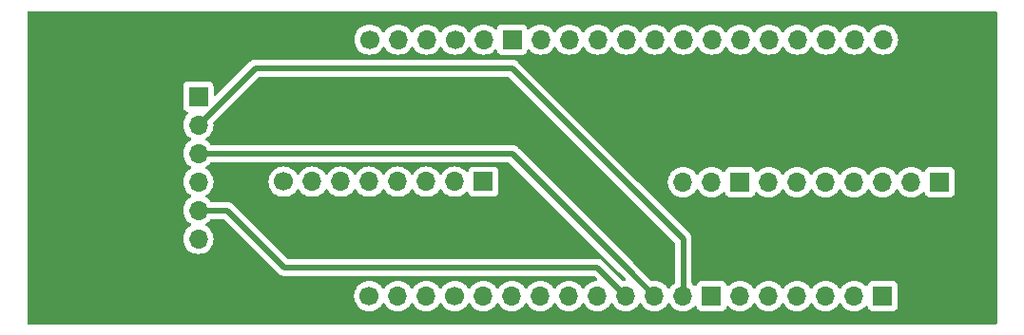
<source format=gbr>
%TF.GenerationSoftware,KiCad,Pcbnew,7.0.10*%
%TF.CreationDate,2024-01-17T15:37:33-05:00*%
%TF.ProjectId,ESP32-SD,45535033-322d-4534-942e-6b696361645f,1*%
%TF.SameCoordinates,Original*%
%TF.FileFunction,Copper,L4,Bot*%
%TF.FilePolarity,Positive*%
%FSLAX46Y46*%
G04 Gerber Fmt 4.6, Leading zero omitted, Abs format (unit mm)*
G04 Created by KiCad (PCBNEW 7.0.10) date 2024-01-17 15:37:33*
%MOMM*%
%LPD*%
G01*
G04 APERTURE LIST*
%TA.AperFunction,ComponentPad*%
%ADD10O,1.700000X1.700000*%
%TD*%
%TA.AperFunction,ComponentPad*%
%ADD11R,1.700000X1.700000*%
%TD*%
%TA.AperFunction,ComponentPad*%
%ADD12C,1.700000*%
%TD*%
%TA.AperFunction,Conductor*%
%ADD13C,0.500000*%
%TD*%
G04 APERTURE END LIST*
D10*
%TO.P,FZ_R,3V3*%
%TO.N,N/C*%
X152390000Y-101610000D03*
D11*
%TO.P,FZ_R,GND*%
X175250000Y-101610000D03*
X157470000Y-101610000D03*
D10*
%TO.P,FZ_R,PA13*%
X160010000Y-101610000D03*
%TO.P,FZ_R,PA14*%
X154930000Y-101610000D03*
%TO.P,FZ_R,PB14*%
X172710000Y-101610000D03*
%TO.P,FZ_R,Rx1*%
X165090000Y-101610000D03*
%TO.P,FZ_R,Rx2*%
X170170000Y-101610000D03*
%TO.P,FZ_R,Tx1*%
X162550000Y-101610000D03*
%TO.P,FZ_R,Tx2*%
X167630000Y-101610000D03*
%TD*%
%TO.P,SD,3v3*%
%TO.N,N/C*%
X109220000Y-106680000D03*
%TO.P,SD,CLK*%
X109220000Y-99060000D03*
D11*
%TO.P,SD,GND*%
X109220000Y-93980000D03*
D10*
%TO.P,SD,MISO*%
X109220000Y-96520000D03*
%TO.P,SD,MOSI*%
X109220000Y-101600000D03*
%TO.P,SD,SS*%
X109220000Y-104140000D03*
%TD*%
D12*
%TO.P,Bottom,CLK*%
%TO.N,N/C*%
X124450000Y-111770000D03*
D10*
X149850000Y-111770000D03*
D11*
%TO.P,Bottom,GND*%
X154930000Y-111770000D03*
X170170000Y-111770000D03*
D10*
%TO.P,Bottom,MISO*%
X152390000Y-111770000D03*
%TO.P,Bottom,MOSI*%
X167630000Y-111770000D03*
%TO.P,Bottom,P0*%
X137150000Y-111770000D03*
%TO.P,Bottom,P2*%
X134610000Y-111770000D03*
%TO.P,Bottom,P4*%
X139690000Y-111770000D03*
D12*
%TO.P,Bottom,P15*%
X132070000Y-111770000D03*
D10*
%TO.P,Bottom,P21*%
X157470000Y-111770000D03*
%TO.P,Bottom,P22*%
X165090000Y-111770000D03*
%TO.P,Bottom,Rx*%
X160010000Y-111770000D03*
%TO.P,Bottom,Rx2*%
X142230000Y-111770000D03*
%TO.P,Bottom,SD1*%
X129530000Y-111770000D03*
%TO.P,Bottom,SDD*%
X126990000Y-111770000D03*
%TO.P,Bottom,SS*%
X147310000Y-111770000D03*
%TO.P,Bottom,Tx*%
X162550000Y-111770000D03*
%TO.P,Bottom,Tx2*%
X144770000Y-111770000D03*
%TD*%
%TO.P,Top,3v3*%
%TO.N,N/C*%
X170180000Y-88900000D03*
D12*
%TO.P,Top,5V*%
X124460000Y-88900000D03*
D10*
%TO.P,Top,CND*%
X127000000Y-88900000D03*
%TO.P,Top,EN*%
X167640000Y-88900000D03*
D11*
%TO.P,Top,GND*%
X137160000Y-88900000D03*
D10*
%TO.P,Top,P12*%
X139700000Y-88900000D03*
%TO.P,Top,P13*%
X134620000Y-88900000D03*
%TO.P,Top,P14*%
X142240000Y-88900000D03*
%TO.P,Top,P25*%
X149860000Y-88900000D03*
%TO.P,Top,P26*%
X147320000Y-88900000D03*
%TO.P,Top,P27*%
X144780000Y-88900000D03*
%TO.P,Top,P32*%
X154940000Y-88900000D03*
%TO.P,Top,P33*%
X152400000Y-88900000D03*
%TO.P,Top,P34*%
X160020000Y-88900000D03*
%TO.P,Top,P35*%
X157480000Y-88900000D03*
D12*
%TO.P,Top,SD2*%
X132080000Y-88900000D03*
D10*
%TO.P,Top,SD3*%
X129540000Y-88900000D03*
%TO.P,Top,SVN*%
X162560000Y-88900000D03*
%TO.P,Top,SVP*%
X165100000Y-88900000D03*
%TD*%
D12*
%TO.P,Left,5V*%
%TO.N,N/C*%
X116830000Y-101585000D03*
D11*
%TO.P,Left,GND*%
X134610000Y-101585000D03*
D10*
%TO.P,Left,PA4*%
X124450000Y-101585000D03*
%TO.P,Left,PA6*%
X121910000Y-101585000D03*
%TO.P,Left,PA7*%
X119370000Y-101585000D03*
%TO.P,Left,PB2*%
X129530000Y-101585000D03*
%TO.P,Left,PB3*%
X126990000Y-101585000D03*
%TO.P,Left,PC3*%
X132070000Y-101585000D03*
%TD*%
D13*
%TO.N,*%
X152400000Y-111760000D02*
X152390000Y-111770000D01*
X137160000Y-91440000D02*
X152400000Y-106680000D01*
X109220000Y-96520000D02*
X114300000Y-91440000D01*
X114300000Y-91440000D02*
X137160000Y-91440000D01*
X152400000Y-106680000D02*
X152400000Y-111760000D01*
X147320000Y-109220000D02*
X137160000Y-99060000D01*
X147320000Y-109240000D02*
X147320000Y-109220000D01*
X149850000Y-111770000D02*
X147320000Y-109240000D01*
X137160000Y-99060000D02*
X109220000Y-99060000D01*
X109220000Y-104140000D02*
X111760000Y-104140000D01*
X144760000Y-109220000D02*
X147310000Y-111770000D01*
X111760000Y-104140000D02*
X116840000Y-109220000D01*
X116840000Y-109220000D02*
X144760000Y-109220000D01*
%TD*%
%TA.AperFunction,NonConductor*%
G36*
X180282539Y-86380185D02*
G01*
X180328294Y-86432989D01*
X180339500Y-86484500D01*
X180339500Y-114175500D01*
X180319815Y-114242539D01*
X180267011Y-114288294D01*
X180215500Y-114299500D01*
X94104500Y-114299500D01*
X94037461Y-114279815D01*
X93991706Y-114227011D01*
X93980500Y-114175500D01*
X93980500Y-106680000D01*
X107864341Y-106680000D01*
X107884936Y-106915403D01*
X107884938Y-106915413D01*
X107946094Y-107143655D01*
X107946096Y-107143659D01*
X107946097Y-107143663D01*
X108045965Y-107357830D01*
X108045967Y-107357834D01*
X108154281Y-107512521D01*
X108181505Y-107551401D01*
X108348599Y-107718495D01*
X108445384Y-107786265D01*
X108542165Y-107854032D01*
X108542167Y-107854033D01*
X108542170Y-107854035D01*
X108756337Y-107953903D01*
X108984592Y-108015063D01*
X109172918Y-108031539D01*
X109219999Y-108035659D01*
X109220000Y-108035659D01*
X109220001Y-108035659D01*
X109259234Y-108032226D01*
X109455408Y-108015063D01*
X109683663Y-107953903D01*
X109897830Y-107854035D01*
X110091401Y-107718495D01*
X110258495Y-107551401D01*
X110394035Y-107357830D01*
X110493903Y-107143663D01*
X110555063Y-106915408D01*
X110575659Y-106680000D01*
X110555063Y-106444592D01*
X110493903Y-106216337D01*
X110394035Y-106002171D01*
X110258495Y-105808599D01*
X110258494Y-105808597D01*
X110091402Y-105641506D01*
X110091396Y-105641501D01*
X109905842Y-105511575D01*
X109862217Y-105456998D01*
X109855023Y-105387500D01*
X109886546Y-105325145D01*
X109905842Y-105308425D01*
X109928026Y-105292891D01*
X110091401Y-105178495D01*
X110258495Y-105011401D01*
X110306127Y-104943376D01*
X110360704Y-104899751D01*
X110407701Y-104890500D01*
X111397770Y-104890500D01*
X111464809Y-104910185D01*
X111485451Y-104926819D01*
X116264270Y-109705638D01*
X116276051Y-109719270D01*
X116290388Y-109738528D01*
X116328337Y-109770372D01*
X116336310Y-109777679D01*
X116340217Y-109781586D01*
X116340223Y-109781591D01*
X116364537Y-109800816D01*
X116367318Y-109803080D01*
X116394956Y-109826271D01*
X116424789Y-109851305D01*
X116430818Y-109855270D01*
X116430785Y-109855319D01*
X116437147Y-109859372D01*
X116437179Y-109859321D01*
X116443319Y-109863108D01*
X116443323Y-109863111D01*
X116481977Y-109881135D01*
X116511320Y-109894819D01*
X116514566Y-109896391D01*
X116581562Y-109930038D01*
X116588357Y-109932511D01*
X116588336Y-109932567D01*
X116595457Y-109935043D01*
X116595476Y-109934986D01*
X116602319Y-109937253D01*
X116602327Y-109937257D01*
X116675895Y-109952447D01*
X116679228Y-109953186D01*
X116752279Y-109970500D01*
X116752281Y-109970500D01*
X116752285Y-109970501D01*
X116759453Y-109971339D01*
X116759446Y-109971398D01*
X116766944Y-109972164D01*
X116766950Y-109972105D01*
X116774139Y-109972734D01*
X116774143Y-109972733D01*
X116774144Y-109972734D01*
X116849130Y-109970552D01*
X116852737Y-109970500D01*
X144397770Y-109970500D01*
X144464809Y-109990185D01*
X144485451Y-110006819D01*
X144695047Y-110216415D01*
X144728532Y-110277738D01*
X144723548Y-110347430D01*
X144681676Y-110403363D01*
X144618174Y-110427624D01*
X144534596Y-110434936D01*
X144534586Y-110434938D01*
X144306344Y-110496094D01*
X144306335Y-110496098D01*
X144092171Y-110595964D01*
X144092169Y-110595965D01*
X143898597Y-110731505D01*
X143731505Y-110898597D01*
X143601575Y-111084158D01*
X143546998Y-111127783D01*
X143477500Y-111134977D01*
X143415145Y-111103454D01*
X143398425Y-111084158D01*
X143268494Y-110898597D01*
X143101402Y-110731506D01*
X143101395Y-110731501D01*
X142907834Y-110595967D01*
X142907830Y-110595965D01*
X142863505Y-110575296D01*
X142693663Y-110496097D01*
X142693659Y-110496096D01*
X142693655Y-110496094D01*
X142465413Y-110434938D01*
X142465403Y-110434936D01*
X142230001Y-110414341D01*
X142229999Y-110414341D01*
X141994596Y-110434936D01*
X141994586Y-110434938D01*
X141766344Y-110496094D01*
X141766335Y-110496098D01*
X141552171Y-110595964D01*
X141552169Y-110595965D01*
X141358597Y-110731505D01*
X141191505Y-110898597D01*
X141061575Y-111084158D01*
X141006998Y-111127783D01*
X140937500Y-111134977D01*
X140875145Y-111103454D01*
X140858425Y-111084158D01*
X140728494Y-110898597D01*
X140561402Y-110731506D01*
X140561395Y-110731501D01*
X140367834Y-110595967D01*
X140367830Y-110595965D01*
X140323505Y-110575296D01*
X140153663Y-110496097D01*
X140153659Y-110496096D01*
X140153655Y-110496094D01*
X139925413Y-110434938D01*
X139925403Y-110434936D01*
X139690001Y-110414341D01*
X139689999Y-110414341D01*
X139454596Y-110434936D01*
X139454586Y-110434938D01*
X139226344Y-110496094D01*
X139226335Y-110496098D01*
X139012171Y-110595964D01*
X139012169Y-110595965D01*
X138818597Y-110731505D01*
X138651505Y-110898597D01*
X138521575Y-111084158D01*
X138466998Y-111127783D01*
X138397500Y-111134977D01*
X138335145Y-111103454D01*
X138318425Y-111084158D01*
X138188494Y-110898597D01*
X138021402Y-110731506D01*
X138021395Y-110731501D01*
X137827834Y-110595967D01*
X137827830Y-110595965D01*
X137783505Y-110575296D01*
X137613663Y-110496097D01*
X137613659Y-110496096D01*
X137613655Y-110496094D01*
X137385413Y-110434938D01*
X137385403Y-110434936D01*
X137150001Y-110414341D01*
X137149999Y-110414341D01*
X136914596Y-110434936D01*
X136914586Y-110434938D01*
X136686344Y-110496094D01*
X136686335Y-110496098D01*
X136472171Y-110595964D01*
X136472169Y-110595965D01*
X136278597Y-110731505D01*
X136111505Y-110898597D01*
X135981575Y-111084158D01*
X135926998Y-111127783D01*
X135857500Y-111134977D01*
X135795145Y-111103454D01*
X135778425Y-111084158D01*
X135648494Y-110898597D01*
X135481402Y-110731506D01*
X135481395Y-110731501D01*
X135287834Y-110595967D01*
X135287830Y-110595965D01*
X135243505Y-110575296D01*
X135073663Y-110496097D01*
X135073659Y-110496096D01*
X135073655Y-110496094D01*
X134845413Y-110434938D01*
X134845403Y-110434936D01*
X134610001Y-110414341D01*
X134609999Y-110414341D01*
X134374596Y-110434936D01*
X134374586Y-110434938D01*
X134146344Y-110496094D01*
X134146335Y-110496098D01*
X133932171Y-110595964D01*
X133932169Y-110595965D01*
X133738597Y-110731505D01*
X133571505Y-110898597D01*
X133441575Y-111084158D01*
X133386998Y-111127783D01*
X133317500Y-111134977D01*
X133255145Y-111103454D01*
X133238425Y-111084158D01*
X133108494Y-110898597D01*
X132941402Y-110731506D01*
X132941395Y-110731501D01*
X132747834Y-110595967D01*
X132747830Y-110595965D01*
X132703505Y-110575296D01*
X132533663Y-110496097D01*
X132533659Y-110496096D01*
X132533655Y-110496094D01*
X132305413Y-110434938D01*
X132305403Y-110434936D01*
X132070001Y-110414341D01*
X132069999Y-110414341D01*
X131834596Y-110434936D01*
X131834586Y-110434938D01*
X131606344Y-110496094D01*
X131606335Y-110496098D01*
X131392171Y-110595964D01*
X131392169Y-110595965D01*
X131198597Y-110731505D01*
X131031505Y-110898597D01*
X130901575Y-111084158D01*
X130846998Y-111127783D01*
X130777500Y-111134977D01*
X130715145Y-111103454D01*
X130698425Y-111084158D01*
X130568494Y-110898597D01*
X130401402Y-110731506D01*
X130401395Y-110731501D01*
X130207834Y-110595967D01*
X130207830Y-110595965D01*
X130163505Y-110575296D01*
X129993663Y-110496097D01*
X129993659Y-110496096D01*
X129993655Y-110496094D01*
X129765413Y-110434938D01*
X129765403Y-110434936D01*
X129530001Y-110414341D01*
X129529999Y-110414341D01*
X129294596Y-110434936D01*
X129294586Y-110434938D01*
X129066344Y-110496094D01*
X129066335Y-110496098D01*
X128852171Y-110595964D01*
X128852169Y-110595965D01*
X128658597Y-110731505D01*
X128491505Y-110898597D01*
X128361575Y-111084158D01*
X128306998Y-111127783D01*
X128237500Y-111134977D01*
X128175145Y-111103454D01*
X128158425Y-111084158D01*
X128028494Y-110898597D01*
X127861402Y-110731506D01*
X127861395Y-110731501D01*
X127667834Y-110595967D01*
X127667830Y-110595965D01*
X127623505Y-110575296D01*
X127453663Y-110496097D01*
X127453659Y-110496096D01*
X127453655Y-110496094D01*
X127225413Y-110434938D01*
X127225403Y-110434936D01*
X126990001Y-110414341D01*
X126989999Y-110414341D01*
X126754596Y-110434936D01*
X126754586Y-110434938D01*
X126526344Y-110496094D01*
X126526335Y-110496098D01*
X126312171Y-110595964D01*
X126312169Y-110595965D01*
X126118597Y-110731505D01*
X125951505Y-110898597D01*
X125821575Y-111084158D01*
X125766998Y-111127783D01*
X125697500Y-111134977D01*
X125635145Y-111103454D01*
X125618425Y-111084158D01*
X125488494Y-110898597D01*
X125321402Y-110731506D01*
X125321395Y-110731501D01*
X125127834Y-110595967D01*
X125127830Y-110595965D01*
X125083505Y-110575296D01*
X124913663Y-110496097D01*
X124913659Y-110496096D01*
X124913655Y-110496094D01*
X124685413Y-110434938D01*
X124685403Y-110434936D01*
X124450001Y-110414341D01*
X124449999Y-110414341D01*
X124214596Y-110434936D01*
X124214586Y-110434938D01*
X123986344Y-110496094D01*
X123986335Y-110496098D01*
X123772171Y-110595964D01*
X123772169Y-110595965D01*
X123578597Y-110731505D01*
X123411505Y-110898597D01*
X123275965Y-111092169D01*
X123275964Y-111092171D01*
X123176098Y-111306335D01*
X123176094Y-111306344D01*
X123114938Y-111534586D01*
X123114936Y-111534596D01*
X123094341Y-111769999D01*
X123094341Y-111770000D01*
X123114936Y-112005403D01*
X123114938Y-112005413D01*
X123176094Y-112233655D01*
X123176096Y-112233659D01*
X123176097Y-112233663D01*
X123180000Y-112242032D01*
X123275965Y-112447830D01*
X123275967Y-112447834D01*
X123384281Y-112602521D01*
X123411505Y-112641401D01*
X123578599Y-112808495D01*
X123675384Y-112876265D01*
X123772165Y-112944032D01*
X123772167Y-112944033D01*
X123772170Y-112944035D01*
X123986337Y-113043903D01*
X124214592Y-113105063D01*
X124391034Y-113120500D01*
X124449999Y-113125659D01*
X124450000Y-113125659D01*
X124450001Y-113125659D01*
X124508966Y-113120500D01*
X124685408Y-113105063D01*
X124913663Y-113043903D01*
X125127830Y-112944035D01*
X125321401Y-112808495D01*
X125488495Y-112641401D01*
X125618425Y-112455842D01*
X125673002Y-112412217D01*
X125742500Y-112405023D01*
X125804855Y-112436546D01*
X125821575Y-112455842D01*
X125951500Y-112641395D01*
X125951505Y-112641401D01*
X126118599Y-112808495D01*
X126215384Y-112876265D01*
X126312165Y-112944032D01*
X126312167Y-112944033D01*
X126312170Y-112944035D01*
X126526337Y-113043903D01*
X126754592Y-113105063D01*
X126931034Y-113120500D01*
X126989999Y-113125659D01*
X126990000Y-113125659D01*
X126990001Y-113125659D01*
X127048966Y-113120500D01*
X127225408Y-113105063D01*
X127453663Y-113043903D01*
X127667830Y-112944035D01*
X127861401Y-112808495D01*
X128028495Y-112641401D01*
X128158425Y-112455842D01*
X128213002Y-112412217D01*
X128282500Y-112405023D01*
X128344855Y-112436546D01*
X128361575Y-112455842D01*
X128491500Y-112641395D01*
X128491505Y-112641401D01*
X128658599Y-112808495D01*
X128755384Y-112876265D01*
X128852165Y-112944032D01*
X128852167Y-112944033D01*
X128852170Y-112944035D01*
X129066337Y-113043903D01*
X129294592Y-113105063D01*
X129471034Y-113120500D01*
X129529999Y-113125659D01*
X129530000Y-113125659D01*
X129530001Y-113125659D01*
X129588966Y-113120500D01*
X129765408Y-113105063D01*
X129993663Y-113043903D01*
X130207830Y-112944035D01*
X130401401Y-112808495D01*
X130568495Y-112641401D01*
X130698425Y-112455842D01*
X130753002Y-112412217D01*
X130822500Y-112405023D01*
X130884855Y-112436546D01*
X130901575Y-112455842D01*
X131031500Y-112641395D01*
X131031505Y-112641401D01*
X131198599Y-112808495D01*
X131295384Y-112876265D01*
X131392165Y-112944032D01*
X131392167Y-112944033D01*
X131392170Y-112944035D01*
X131606337Y-113043903D01*
X131834592Y-113105063D01*
X132011034Y-113120500D01*
X132069999Y-113125659D01*
X132070000Y-113125659D01*
X132070001Y-113125659D01*
X132128966Y-113120500D01*
X132305408Y-113105063D01*
X132533663Y-113043903D01*
X132747830Y-112944035D01*
X132941401Y-112808495D01*
X133108495Y-112641401D01*
X133238425Y-112455842D01*
X133293002Y-112412217D01*
X133362500Y-112405023D01*
X133424855Y-112436546D01*
X133441575Y-112455842D01*
X133571500Y-112641395D01*
X133571505Y-112641401D01*
X133738599Y-112808495D01*
X133835384Y-112876265D01*
X133932165Y-112944032D01*
X133932167Y-112944033D01*
X133932170Y-112944035D01*
X134146337Y-113043903D01*
X134374592Y-113105063D01*
X134551034Y-113120500D01*
X134609999Y-113125659D01*
X134610000Y-113125659D01*
X134610001Y-113125659D01*
X134668966Y-113120500D01*
X134845408Y-113105063D01*
X135073663Y-113043903D01*
X135287830Y-112944035D01*
X135481401Y-112808495D01*
X135648495Y-112641401D01*
X135778425Y-112455842D01*
X135833002Y-112412217D01*
X135902500Y-112405023D01*
X135964855Y-112436546D01*
X135981575Y-112455842D01*
X136111500Y-112641395D01*
X136111505Y-112641401D01*
X136278599Y-112808495D01*
X136375384Y-112876265D01*
X136472165Y-112944032D01*
X136472167Y-112944033D01*
X136472170Y-112944035D01*
X136686337Y-113043903D01*
X136914592Y-113105063D01*
X137091034Y-113120500D01*
X137149999Y-113125659D01*
X137150000Y-113125659D01*
X137150001Y-113125659D01*
X137208966Y-113120500D01*
X137385408Y-113105063D01*
X137613663Y-113043903D01*
X137827830Y-112944035D01*
X138021401Y-112808495D01*
X138188495Y-112641401D01*
X138318425Y-112455842D01*
X138373002Y-112412217D01*
X138442500Y-112405023D01*
X138504855Y-112436546D01*
X138521575Y-112455842D01*
X138651500Y-112641395D01*
X138651505Y-112641401D01*
X138818599Y-112808495D01*
X138915384Y-112876265D01*
X139012165Y-112944032D01*
X139012167Y-112944033D01*
X139012170Y-112944035D01*
X139226337Y-113043903D01*
X139454592Y-113105063D01*
X139631034Y-113120500D01*
X139689999Y-113125659D01*
X139690000Y-113125659D01*
X139690001Y-113125659D01*
X139748966Y-113120500D01*
X139925408Y-113105063D01*
X140153663Y-113043903D01*
X140367830Y-112944035D01*
X140561401Y-112808495D01*
X140728495Y-112641401D01*
X140858425Y-112455842D01*
X140913002Y-112412217D01*
X140982500Y-112405023D01*
X141044855Y-112436546D01*
X141061575Y-112455842D01*
X141191500Y-112641395D01*
X141191505Y-112641401D01*
X141358599Y-112808495D01*
X141455384Y-112876265D01*
X141552165Y-112944032D01*
X141552167Y-112944033D01*
X141552170Y-112944035D01*
X141766337Y-113043903D01*
X141994592Y-113105063D01*
X142171034Y-113120500D01*
X142229999Y-113125659D01*
X142230000Y-113125659D01*
X142230001Y-113125659D01*
X142288966Y-113120500D01*
X142465408Y-113105063D01*
X142693663Y-113043903D01*
X142907830Y-112944035D01*
X143101401Y-112808495D01*
X143268495Y-112641401D01*
X143398425Y-112455842D01*
X143453002Y-112412217D01*
X143522500Y-112405023D01*
X143584855Y-112436546D01*
X143601575Y-112455842D01*
X143731500Y-112641395D01*
X143731505Y-112641401D01*
X143898599Y-112808495D01*
X143995384Y-112876265D01*
X144092165Y-112944032D01*
X144092167Y-112944033D01*
X144092170Y-112944035D01*
X144306337Y-113043903D01*
X144534592Y-113105063D01*
X144711034Y-113120500D01*
X144769999Y-113125659D01*
X144770000Y-113125659D01*
X144770001Y-113125659D01*
X144828966Y-113120500D01*
X145005408Y-113105063D01*
X145233663Y-113043903D01*
X145447830Y-112944035D01*
X145641401Y-112808495D01*
X145808495Y-112641401D01*
X145938425Y-112455842D01*
X145993002Y-112412217D01*
X146062500Y-112405023D01*
X146124855Y-112436546D01*
X146141575Y-112455842D01*
X146271500Y-112641395D01*
X146271505Y-112641401D01*
X146438599Y-112808495D01*
X146535384Y-112876265D01*
X146632165Y-112944032D01*
X146632167Y-112944033D01*
X146632170Y-112944035D01*
X146846337Y-113043903D01*
X147074592Y-113105063D01*
X147251034Y-113120500D01*
X147309999Y-113125659D01*
X147310000Y-113125659D01*
X147310001Y-113125659D01*
X147368966Y-113120500D01*
X147545408Y-113105063D01*
X147773663Y-113043903D01*
X147987830Y-112944035D01*
X148181401Y-112808495D01*
X148348495Y-112641401D01*
X148478425Y-112455842D01*
X148533002Y-112412217D01*
X148602500Y-112405023D01*
X148664855Y-112436546D01*
X148681575Y-112455842D01*
X148811500Y-112641395D01*
X148811505Y-112641401D01*
X148978599Y-112808495D01*
X149075384Y-112876265D01*
X149172165Y-112944032D01*
X149172167Y-112944033D01*
X149172170Y-112944035D01*
X149386337Y-113043903D01*
X149614592Y-113105063D01*
X149791034Y-113120500D01*
X149849999Y-113125659D01*
X149850000Y-113125659D01*
X149850001Y-113125659D01*
X149908966Y-113120500D01*
X150085408Y-113105063D01*
X150313663Y-113043903D01*
X150527830Y-112944035D01*
X150721401Y-112808495D01*
X150888495Y-112641401D01*
X151018425Y-112455842D01*
X151073002Y-112412217D01*
X151142500Y-112405023D01*
X151204855Y-112436546D01*
X151221575Y-112455842D01*
X151351500Y-112641395D01*
X151351505Y-112641401D01*
X151518599Y-112808495D01*
X151615384Y-112876265D01*
X151712165Y-112944032D01*
X151712167Y-112944033D01*
X151712170Y-112944035D01*
X151926337Y-113043903D01*
X152154592Y-113105063D01*
X152331034Y-113120500D01*
X152389999Y-113125659D01*
X152390000Y-113125659D01*
X152390001Y-113125659D01*
X152448966Y-113120500D01*
X152625408Y-113105063D01*
X152853663Y-113043903D01*
X153067830Y-112944035D01*
X153261401Y-112808495D01*
X153383329Y-112686566D01*
X153444648Y-112653084D01*
X153514340Y-112658068D01*
X153570274Y-112699939D01*
X153587189Y-112730917D01*
X153636202Y-112862328D01*
X153636206Y-112862335D01*
X153722452Y-112977544D01*
X153722455Y-112977547D01*
X153837664Y-113063793D01*
X153837671Y-113063797D01*
X153972517Y-113114091D01*
X153972516Y-113114091D01*
X153979444Y-113114835D01*
X154032127Y-113120500D01*
X155827872Y-113120499D01*
X155887483Y-113114091D01*
X156022331Y-113063796D01*
X156137546Y-112977546D01*
X156223796Y-112862331D01*
X156272810Y-112730916D01*
X156314681Y-112674984D01*
X156380145Y-112650566D01*
X156448418Y-112665417D01*
X156476673Y-112686569D01*
X156598599Y-112808495D01*
X156695384Y-112876265D01*
X156792165Y-112944032D01*
X156792167Y-112944033D01*
X156792170Y-112944035D01*
X157006337Y-113043903D01*
X157234592Y-113105063D01*
X157411034Y-113120500D01*
X157469999Y-113125659D01*
X157470000Y-113125659D01*
X157470001Y-113125659D01*
X157528966Y-113120500D01*
X157705408Y-113105063D01*
X157933663Y-113043903D01*
X158147830Y-112944035D01*
X158341401Y-112808495D01*
X158508495Y-112641401D01*
X158638425Y-112455842D01*
X158693002Y-112412217D01*
X158762500Y-112405023D01*
X158824855Y-112436546D01*
X158841575Y-112455842D01*
X158971500Y-112641395D01*
X158971505Y-112641401D01*
X159138599Y-112808495D01*
X159235384Y-112876265D01*
X159332165Y-112944032D01*
X159332167Y-112944033D01*
X159332170Y-112944035D01*
X159546337Y-113043903D01*
X159774592Y-113105063D01*
X159951034Y-113120500D01*
X160009999Y-113125659D01*
X160010000Y-113125659D01*
X160010001Y-113125659D01*
X160068966Y-113120500D01*
X160245408Y-113105063D01*
X160473663Y-113043903D01*
X160687830Y-112944035D01*
X160881401Y-112808495D01*
X161048495Y-112641401D01*
X161178425Y-112455842D01*
X161233002Y-112412217D01*
X161302500Y-112405023D01*
X161364855Y-112436546D01*
X161381575Y-112455842D01*
X161511500Y-112641395D01*
X161511505Y-112641401D01*
X161678599Y-112808495D01*
X161775384Y-112876265D01*
X161872165Y-112944032D01*
X161872167Y-112944033D01*
X161872170Y-112944035D01*
X162086337Y-113043903D01*
X162314592Y-113105063D01*
X162491034Y-113120500D01*
X162549999Y-113125659D01*
X162550000Y-113125659D01*
X162550001Y-113125659D01*
X162608966Y-113120500D01*
X162785408Y-113105063D01*
X163013663Y-113043903D01*
X163227830Y-112944035D01*
X163421401Y-112808495D01*
X163588495Y-112641401D01*
X163718425Y-112455842D01*
X163773002Y-112412217D01*
X163842500Y-112405023D01*
X163904855Y-112436546D01*
X163921575Y-112455842D01*
X164051500Y-112641395D01*
X164051505Y-112641401D01*
X164218599Y-112808495D01*
X164315384Y-112876265D01*
X164412165Y-112944032D01*
X164412167Y-112944033D01*
X164412170Y-112944035D01*
X164626337Y-113043903D01*
X164854592Y-113105063D01*
X165031034Y-113120500D01*
X165089999Y-113125659D01*
X165090000Y-113125659D01*
X165090001Y-113125659D01*
X165148966Y-113120500D01*
X165325408Y-113105063D01*
X165553663Y-113043903D01*
X165767830Y-112944035D01*
X165961401Y-112808495D01*
X166128495Y-112641401D01*
X166258425Y-112455842D01*
X166313002Y-112412217D01*
X166382500Y-112405023D01*
X166444855Y-112436546D01*
X166461575Y-112455842D01*
X166591500Y-112641395D01*
X166591505Y-112641401D01*
X166758599Y-112808495D01*
X166855384Y-112876265D01*
X166952165Y-112944032D01*
X166952167Y-112944033D01*
X166952170Y-112944035D01*
X167166337Y-113043903D01*
X167394592Y-113105063D01*
X167571034Y-113120500D01*
X167629999Y-113125659D01*
X167630000Y-113125659D01*
X167630001Y-113125659D01*
X167688966Y-113120500D01*
X167865408Y-113105063D01*
X168093663Y-113043903D01*
X168307830Y-112944035D01*
X168501401Y-112808495D01*
X168623329Y-112686566D01*
X168684648Y-112653084D01*
X168754340Y-112658068D01*
X168810274Y-112699939D01*
X168827189Y-112730917D01*
X168876202Y-112862328D01*
X168876206Y-112862335D01*
X168962452Y-112977544D01*
X168962455Y-112977547D01*
X169077664Y-113063793D01*
X169077671Y-113063797D01*
X169212517Y-113114091D01*
X169212516Y-113114091D01*
X169219444Y-113114835D01*
X169272127Y-113120500D01*
X171067872Y-113120499D01*
X171127483Y-113114091D01*
X171262331Y-113063796D01*
X171377546Y-112977546D01*
X171463796Y-112862331D01*
X171514091Y-112727483D01*
X171520500Y-112667873D01*
X171520499Y-110872128D01*
X171514091Y-110812517D01*
X171512810Y-110809083D01*
X171463797Y-110677671D01*
X171463793Y-110677664D01*
X171377547Y-110562455D01*
X171377544Y-110562452D01*
X171262335Y-110476206D01*
X171262328Y-110476202D01*
X171127482Y-110425908D01*
X171127483Y-110425908D01*
X171067883Y-110419501D01*
X171067881Y-110419500D01*
X171067873Y-110419500D01*
X171067864Y-110419500D01*
X169272129Y-110419500D01*
X169272123Y-110419501D01*
X169212516Y-110425908D01*
X169077671Y-110476202D01*
X169077664Y-110476206D01*
X168962455Y-110562452D01*
X168962452Y-110562455D01*
X168876206Y-110677664D01*
X168876203Y-110677669D01*
X168827189Y-110809083D01*
X168785317Y-110865016D01*
X168719853Y-110889433D01*
X168651580Y-110874581D01*
X168623326Y-110853430D01*
X168501402Y-110731506D01*
X168501395Y-110731501D01*
X168307834Y-110595967D01*
X168307830Y-110595965D01*
X168263505Y-110575296D01*
X168093663Y-110496097D01*
X168093659Y-110496096D01*
X168093655Y-110496094D01*
X167865413Y-110434938D01*
X167865403Y-110434936D01*
X167630001Y-110414341D01*
X167629999Y-110414341D01*
X167394596Y-110434936D01*
X167394586Y-110434938D01*
X167166344Y-110496094D01*
X167166335Y-110496098D01*
X166952171Y-110595964D01*
X166952169Y-110595965D01*
X166758597Y-110731505D01*
X166591505Y-110898597D01*
X166461575Y-111084158D01*
X166406998Y-111127783D01*
X166337500Y-111134977D01*
X166275145Y-111103454D01*
X166258425Y-111084158D01*
X166128494Y-110898597D01*
X165961402Y-110731506D01*
X165961395Y-110731501D01*
X165767834Y-110595967D01*
X165767830Y-110595965D01*
X165723505Y-110575296D01*
X165553663Y-110496097D01*
X165553659Y-110496096D01*
X165553655Y-110496094D01*
X165325413Y-110434938D01*
X165325403Y-110434936D01*
X165090001Y-110414341D01*
X165089999Y-110414341D01*
X164854596Y-110434936D01*
X164854586Y-110434938D01*
X164626344Y-110496094D01*
X164626335Y-110496098D01*
X164412171Y-110595964D01*
X164412169Y-110595965D01*
X164218597Y-110731505D01*
X164051505Y-110898597D01*
X163921575Y-111084158D01*
X163866998Y-111127783D01*
X163797500Y-111134977D01*
X163735145Y-111103454D01*
X163718425Y-111084158D01*
X163588494Y-110898597D01*
X163421402Y-110731506D01*
X163421395Y-110731501D01*
X163227834Y-110595967D01*
X163227830Y-110595965D01*
X163183505Y-110575296D01*
X163013663Y-110496097D01*
X163013659Y-110496096D01*
X163013655Y-110496094D01*
X162785413Y-110434938D01*
X162785403Y-110434936D01*
X162550001Y-110414341D01*
X162549999Y-110414341D01*
X162314596Y-110434936D01*
X162314586Y-110434938D01*
X162086344Y-110496094D01*
X162086335Y-110496098D01*
X161872171Y-110595964D01*
X161872169Y-110595965D01*
X161678597Y-110731505D01*
X161511505Y-110898597D01*
X161381575Y-111084158D01*
X161326998Y-111127783D01*
X161257500Y-111134977D01*
X161195145Y-111103454D01*
X161178425Y-111084158D01*
X161048494Y-110898597D01*
X160881402Y-110731506D01*
X160881395Y-110731501D01*
X160687834Y-110595967D01*
X160687830Y-110595965D01*
X160643505Y-110575296D01*
X160473663Y-110496097D01*
X160473659Y-110496096D01*
X160473655Y-110496094D01*
X160245413Y-110434938D01*
X160245403Y-110434936D01*
X160010001Y-110414341D01*
X160009999Y-110414341D01*
X159774596Y-110434936D01*
X159774586Y-110434938D01*
X159546344Y-110496094D01*
X159546335Y-110496098D01*
X159332171Y-110595964D01*
X159332169Y-110595965D01*
X159138597Y-110731505D01*
X158971505Y-110898597D01*
X158841575Y-111084158D01*
X158786998Y-111127783D01*
X158717500Y-111134977D01*
X158655145Y-111103454D01*
X158638425Y-111084158D01*
X158508494Y-110898597D01*
X158341402Y-110731506D01*
X158341395Y-110731501D01*
X158147834Y-110595967D01*
X158147830Y-110595965D01*
X158103505Y-110575296D01*
X157933663Y-110496097D01*
X157933659Y-110496096D01*
X157933655Y-110496094D01*
X157705413Y-110434938D01*
X157705403Y-110434936D01*
X157470001Y-110414341D01*
X157469999Y-110414341D01*
X157234596Y-110434936D01*
X157234586Y-110434938D01*
X157006344Y-110496094D01*
X157006335Y-110496098D01*
X156792171Y-110595964D01*
X156792169Y-110595965D01*
X156598600Y-110731503D01*
X156476673Y-110853430D01*
X156415350Y-110886914D01*
X156345658Y-110881930D01*
X156289725Y-110840058D01*
X156272810Y-110809081D01*
X156223797Y-110677671D01*
X156223793Y-110677664D01*
X156137547Y-110562455D01*
X156137544Y-110562452D01*
X156022335Y-110476206D01*
X156022328Y-110476202D01*
X155887482Y-110425908D01*
X155887483Y-110425908D01*
X155827883Y-110419501D01*
X155827881Y-110419500D01*
X155827873Y-110419500D01*
X155827864Y-110419500D01*
X154032129Y-110419500D01*
X154032123Y-110419501D01*
X153972516Y-110425908D01*
X153837671Y-110476202D01*
X153837664Y-110476206D01*
X153722455Y-110562452D01*
X153722452Y-110562455D01*
X153636206Y-110677664D01*
X153636203Y-110677669D01*
X153587189Y-110809083D01*
X153545317Y-110865016D01*
X153479853Y-110889433D01*
X153411580Y-110874581D01*
X153383326Y-110853430D01*
X153261403Y-110731507D01*
X153261402Y-110731506D01*
X153261401Y-110731505D01*
X153232612Y-110711347D01*
X153203375Y-110690874D01*
X153159751Y-110636296D01*
X153150500Y-110589300D01*
X153150500Y-106743705D01*
X153151809Y-106725735D01*
X153152129Y-106723547D01*
X153155289Y-106701977D01*
X153153366Y-106680000D01*
X153150972Y-106652630D01*
X153150500Y-106641822D01*
X153150500Y-106636296D01*
X153150500Y-106636291D01*
X153146901Y-106605509D01*
X153146536Y-106601929D01*
X153139999Y-106527201D01*
X153138539Y-106520129D01*
X153138597Y-106520116D01*
X153136965Y-106512757D01*
X153136906Y-106512772D01*
X153135241Y-106505751D01*
X153135241Y-106505745D01*
X153109569Y-106435212D01*
X153108421Y-106431909D01*
X153084814Y-106360666D01*
X153084810Y-106360659D01*
X153081760Y-106354118D01*
X153081815Y-106354091D01*
X153078533Y-106347313D01*
X153078480Y-106347340D01*
X153075235Y-106340880D01*
X153034025Y-106278223D01*
X153032086Y-106275181D01*
X152992710Y-106211342D01*
X152988234Y-106205682D01*
X152988281Y-106205644D01*
X152983519Y-106199799D01*
X152983474Y-106199838D01*
X152978831Y-106194305D01*
X152924272Y-106142831D01*
X152921685Y-106140318D01*
X148391367Y-101610000D01*
X151034341Y-101610000D01*
X151054936Y-101845403D01*
X151054938Y-101845413D01*
X151116094Y-102073655D01*
X151116096Y-102073659D01*
X151116097Y-102073663D01*
X151199358Y-102252217D01*
X151215965Y-102287830D01*
X151215967Y-102287834D01*
X151324281Y-102442521D01*
X151351505Y-102481401D01*
X151518599Y-102648495D01*
X151615384Y-102716265D01*
X151712165Y-102784032D01*
X151712167Y-102784033D01*
X151712170Y-102784035D01*
X151926337Y-102883903D01*
X152154592Y-102945063D01*
X152331034Y-102960500D01*
X152389999Y-102965659D01*
X152390000Y-102965659D01*
X152390001Y-102965659D01*
X152448966Y-102960500D01*
X152625408Y-102945063D01*
X152853663Y-102883903D01*
X153067830Y-102784035D01*
X153261401Y-102648495D01*
X153428495Y-102481401D01*
X153558425Y-102295842D01*
X153613002Y-102252217D01*
X153682500Y-102245023D01*
X153744855Y-102276546D01*
X153761575Y-102295842D01*
X153891500Y-102481395D01*
X153891505Y-102481401D01*
X154058599Y-102648495D01*
X154155384Y-102716265D01*
X154252165Y-102784032D01*
X154252167Y-102784033D01*
X154252170Y-102784035D01*
X154466337Y-102883903D01*
X154694592Y-102945063D01*
X154871034Y-102960500D01*
X154929999Y-102965659D01*
X154930000Y-102965659D01*
X154930001Y-102965659D01*
X154988966Y-102960500D01*
X155165408Y-102945063D01*
X155393663Y-102883903D01*
X155607830Y-102784035D01*
X155801401Y-102648495D01*
X155923329Y-102526566D01*
X155984648Y-102493084D01*
X156054340Y-102498068D01*
X156110274Y-102539939D01*
X156127189Y-102570917D01*
X156176202Y-102702328D01*
X156176206Y-102702335D01*
X156262452Y-102817544D01*
X156262455Y-102817547D01*
X156377664Y-102903793D01*
X156377671Y-102903797D01*
X156512517Y-102954091D01*
X156512516Y-102954091D01*
X156519444Y-102954835D01*
X156572127Y-102960500D01*
X158367872Y-102960499D01*
X158427483Y-102954091D01*
X158562331Y-102903796D01*
X158677546Y-102817546D01*
X158763796Y-102702331D01*
X158812810Y-102570916D01*
X158854681Y-102514984D01*
X158920145Y-102490566D01*
X158988418Y-102505417D01*
X159016673Y-102526569D01*
X159138599Y-102648495D01*
X159235384Y-102716265D01*
X159332165Y-102784032D01*
X159332167Y-102784033D01*
X159332170Y-102784035D01*
X159546337Y-102883903D01*
X159774592Y-102945063D01*
X159951034Y-102960500D01*
X160009999Y-102965659D01*
X160010000Y-102965659D01*
X160010001Y-102965659D01*
X160068966Y-102960500D01*
X160245408Y-102945063D01*
X160473663Y-102883903D01*
X160687830Y-102784035D01*
X160881401Y-102648495D01*
X161048495Y-102481401D01*
X161178425Y-102295842D01*
X161233002Y-102252217D01*
X161302500Y-102245023D01*
X161364855Y-102276546D01*
X161381575Y-102295842D01*
X161511500Y-102481395D01*
X161511505Y-102481401D01*
X161678599Y-102648495D01*
X161775384Y-102716265D01*
X161872165Y-102784032D01*
X161872167Y-102784033D01*
X161872170Y-102784035D01*
X162086337Y-102883903D01*
X162314592Y-102945063D01*
X162491034Y-102960500D01*
X162549999Y-102965659D01*
X162550000Y-102965659D01*
X162550001Y-102965659D01*
X162608966Y-102960500D01*
X162785408Y-102945063D01*
X163013663Y-102883903D01*
X163227830Y-102784035D01*
X163421401Y-102648495D01*
X163588495Y-102481401D01*
X163718425Y-102295842D01*
X163773002Y-102252217D01*
X163842500Y-102245023D01*
X163904855Y-102276546D01*
X163921575Y-102295842D01*
X164051500Y-102481395D01*
X164051505Y-102481401D01*
X164218599Y-102648495D01*
X164315384Y-102716265D01*
X164412165Y-102784032D01*
X164412167Y-102784033D01*
X164412170Y-102784035D01*
X164626337Y-102883903D01*
X164854592Y-102945063D01*
X165031034Y-102960500D01*
X165089999Y-102965659D01*
X165090000Y-102965659D01*
X165090001Y-102965659D01*
X165148966Y-102960500D01*
X165325408Y-102945063D01*
X165553663Y-102883903D01*
X165767830Y-102784035D01*
X165961401Y-102648495D01*
X166128495Y-102481401D01*
X166258425Y-102295842D01*
X166313002Y-102252217D01*
X166382500Y-102245023D01*
X166444855Y-102276546D01*
X166461575Y-102295842D01*
X166591500Y-102481395D01*
X166591505Y-102481401D01*
X166758599Y-102648495D01*
X166855384Y-102716265D01*
X166952165Y-102784032D01*
X166952167Y-102784033D01*
X166952170Y-102784035D01*
X167166337Y-102883903D01*
X167394592Y-102945063D01*
X167571034Y-102960500D01*
X167629999Y-102965659D01*
X167630000Y-102965659D01*
X167630001Y-102965659D01*
X167688966Y-102960500D01*
X167865408Y-102945063D01*
X168093663Y-102883903D01*
X168307830Y-102784035D01*
X168501401Y-102648495D01*
X168668495Y-102481401D01*
X168798425Y-102295842D01*
X168853002Y-102252217D01*
X168922500Y-102245023D01*
X168984855Y-102276546D01*
X169001575Y-102295842D01*
X169131500Y-102481395D01*
X169131505Y-102481401D01*
X169298599Y-102648495D01*
X169395384Y-102716265D01*
X169492165Y-102784032D01*
X169492167Y-102784033D01*
X169492170Y-102784035D01*
X169706337Y-102883903D01*
X169934592Y-102945063D01*
X170111034Y-102960500D01*
X170169999Y-102965659D01*
X170170000Y-102965659D01*
X170170001Y-102965659D01*
X170228966Y-102960500D01*
X170405408Y-102945063D01*
X170633663Y-102883903D01*
X170847830Y-102784035D01*
X171041401Y-102648495D01*
X171208495Y-102481401D01*
X171338425Y-102295842D01*
X171393002Y-102252217D01*
X171462500Y-102245023D01*
X171524855Y-102276546D01*
X171541575Y-102295842D01*
X171671500Y-102481395D01*
X171671505Y-102481401D01*
X171838599Y-102648495D01*
X171935384Y-102716265D01*
X172032165Y-102784032D01*
X172032167Y-102784033D01*
X172032170Y-102784035D01*
X172246337Y-102883903D01*
X172474592Y-102945063D01*
X172651034Y-102960500D01*
X172709999Y-102965659D01*
X172710000Y-102965659D01*
X172710001Y-102965659D01*
X172768966Y-102960500D01*
X172945408Y-102945063D01*
X173173663Y-102883903D01*
X173387830Y-102784035D01*
X173581401Y-102648495D01*
X173703329Y-102526566D01*
X173764648Y-102493084D01*
X173834340Y-102498068D01*
X173890274Y-102539939D01*
X173907189Y-102570917D01*
X173956202Y-102702328D01*
X173956206Y-102702335D01*
X174042452Y-102817544D01*
X174042455Y-102817547D01*
X174157664Y-102903793D01*
X174157671Y-102903797D01*
X174292517Y-102954091D01*
X174292516Y-102954091D01*
X174299444Y-102954835D01*
X174352127Y-102960500D01*
X176147872Y-102960499D01*
X176207483Y-102954091D01*
X176342331Y-102903796D01*
X176457546Y-102817546D01*
X176543796Y-102702331D01*
X176594091Y-102567483D01*
X176600500Y-102507873D01*
X176600499Y-100712128D01*
X176594091Y-100652517D01*
X176592810Y-100649083D01*
X176543797Y-100517671D01*
X176543793Y-100517664D01*
X176457547Y-100402455D01*
X176457544Y-100402452D01*
X176342335Y-100316206D01*
X176342328Y-100316202D01*
X176207482Y-100265908D01*
X176207483Y-100265908D01*
X176147883Y-100259501D01*
X176147881Y-100259500D01*
X176147873Y-100259500D01*
X176147864Y-100259500D01*
X174352129Y-100259500D01*
X174352123Y-100259501D01*
X174292516Y-100265908D01*
X174157671Y-100316202D01*
X174157664Y-100316206D01*
X174042455Y-100402452D01*
X174042452Y-100402455D01*
X173956206Y-100517664D01*
X173956203Y-100517669D01*
X173907189Y-100649083D01*
X173865317Y-100705016D01*
X173799853Y-100729433D01*
X173731580Y-100714581D01*
X173703326Y-100693430D01*
X173581402Y-100571506D01*
X173581395Y-100571501D01*
X173567119Y-100561505D01*
X173504518Y-100517671D01*
X173387834Y-100435967D01*
X173387830Y-100435965D01*
X173366385Y-100425965D01*
X173173663Y-100336097D01*
X173173659Y-100336096D01*
X173173655Y-100336094D01*
X172945413Y-100274938D01*
X172945403Y-100274936D01*
X172710001Y-100254341D01*
X172709999Y-100254341D01*
X172474596Y-100274936D01*
X172474586Y-100274938D01*
X172246344Y-100336094D01*
X172246335Y-100336098D01*
X172032171Y-100435964D01*
X172032169Y-100435965D01*
X171838597Y-100571505D01*
X171671505Y-100738597D01*
X171541575Y-100924158D01*
X171486998Y-100967783D01*
X171417500Y-100974977D01*
X171355145Y-100943454D01*
X171338425Y-100924158D01*
X171208494Y-100738597D01*
X171041402Y-100571506D01*
X171041395Y-100571501D01*
X171027119Y-100561505D01*
X170964518Y-100517671D01*
X170847834Y-100435967D01*
X170847830Y-100435965D01*
X170826385Y-100425965D01*
X170633663Y-100336097D01*
X170633659Y-100336096D01*
X170633655Y-100336094D01*
X170405413Y-100274938D01*
X170405403Y-100274936D01*
X170170001Y-100254341D01*
X170169999Y-100254341D01*
X169934596Y-100274936D01*
X169934586Y-100274938D01*
X169706344Y-100336094D01*
X169706335Y-100336098D01*
X169492171Y-100435964D01*
X169492169Y-100435965D01*
X169298597Y-100571505D01*
X169131505Y-100738597D01*
X169001575Y-100924158D01*
X168946998Y-100967783D01*
X168877500Y-100974977D01*
X168815145Y-100943454D01*
X168798425Y-100924158D01*
X168668494Y-100738597D01*
X168501402Y-100571506D01*
X168501395Y-100571501D01*
X168487119Y-100561505D01*
X168424518Y-100517671D01*
X168307834Y-100435967D01*
X168307830Y-100435965D01*
X168286385Y-100425965D01*
X168093663Y-100336097D01*
X168093659Y-100336096D01*
X168093655Y-100336094D01*
X167865413Y-100274938D01*
X167865403Y-100274936D01*
X167630001Y-100254341D01*
X167629999Y-100254341D01*
X167394596Y-100274936D01*
X167394586Y-100274938D01*
X167166344Y-100336094D01*
X167166335Y-100336098D01*
X166952171Y-100435964D01*
X166952169Y-100435965D01*
X166758597Y-100571505D01*
X166591505Y-100738597D01*
X166461575Y-100924158D01*
X166406998Y-100967783D01*
X166337500Y-100974977D01*
X166275145Y-100943454D01*
X166258425Y-100924158D01*
X166128494Y-100738597D01*
X165961402Y-100571506D01*
X165961395Y-100571501D01*
X165947119Y-100561505D01*
X165884518Y-100517671D01*
X165767834Y-100435967D01*
X165767830Y-100435965D01*
X165746385Y-100425965D01*
X165553663Y-100336097D01*
X165553659Y-100336096D01*
X165553655Y-100336094D01*
X165325413Y-100274938D01*
X165325403Y-100274936D01*
X165090001Y-100254341D01*
X165089999Y-100254341D01*
X164854596Y-100274936D01*
X164854586Y-100274938D01*
X164626344Y-100336094D01*
X164626335Y-100336098D01*
X164412171Y-100435964D01*
X164412169Y-100435965D01*
X164218597Y-100571505D01*
X164051505Y-100738597D01*
X163921575Y-100924158D01*
X163866998Y-100967783D01*
X163797500Y-100974977D01*
X163735145Y-100943454D01*
X163718425Y-100924158D01*
X163588494Y-100738597D01*
X163421402Y-100571506D01*
X163421395Y-100571501D01*
X163407119Y-100561505D01*
X163344518Y-100517671D01*
X163227834Y-100435967D01*
X163227830Y-100435965D01*
X163206385Y-100425965D01*
X163013663Y-100336097D01*
X163013659Y-100336096D01*
X163013655Y-100336094D01*
X162785413Y-100274938D01*
X162785403Y-100274936D01*
X162550001Y-100254341D01*
X162549999Y-100254341D01*
X162314596Y-100274936D01*
X162314586Y-100274938D01*
X162086344Y-100336094D01*
X162086335Y-100336098D01*
X161872171Y-100435964D01*
X161872169Y-100435965D01*
X161678597Y-100571505D01*
X161511505Y-100738597D01*
X161381575Y-100924158D01*
X161326998Y-100967783D01*
X161257500Y-100974977D01*
X161195145Y-100943454D01*
X161178425Y-100924158D01*
X161048494Y-100738597D01*
X160881402Y-100571506D01*
X160881395Y-100571501D01*
X160867119Y-100561505D01*
X160804518Y-100517671D01*
X160687834Y-100435967D01*
X160687830Y-100435965D01*
X160666385Y-100425965D01*
X160473663Y-100336097D01*
X160473659Y-100336096D01*
X160473655Y-100336094D01*
X160245413Y-100274938D01*
X160245403Y-100274936D01*
X160010001Y-100254341D01*
X160009999Y-100254341D01*
X159774596Y-100274936D01*
X159774586Y-100274938D01*
X159546344Y-100336094D01*
X159546335Y-100336098D01*
X159332171Y-100435964D01*
X159332169Y-100435965D01*
X159138600Y-100571503D01*
X159016673Y-100693430D01*
X158955350Y-100726914D01*
X158885658Y-100721930D01*
X158829725Y-100680058D01*
X158812810Y-100649081D01*
X158763797Y-100517671D01*
X158763793Y-100517664D01*
X158677547Y-100402455D01*
X158677544Y-100402452D01*
X158562335Y-100316206D01*
X158562328Y-100316202D01*
X158427482Y-100265908D01*
X158427483Y-100265908D01*
X158367883Y-100259501D01*
X158367881Y-100259500D01*
X158367873Y-100259500D01*
X158367864Y-100259500D01*
X156572129Y-100259500D01*
X156572123Y-100259501D01*
X156512516Y-100265908D01*
X156377671Y-100316202D01*
X156377664Y-100316206D01*
X156262455Y-100402452D01*
X156262452Y-100402455D01*
X156176206Y-100517664D01*
X156176203Y-100517669D01*
X156127189Y-100649083D01*
X156085317Y-100705016D01*
X156019853Y-100729433D01*
X155951580Y-100714581D01*
X155923326Y-100693430D01*
X155801402Y-100571506D01*
X155801395Y-100571501D01*
X155787119Y-100561505D01*
X155724518Y-100517671D01*
X155607834Y-100435967D01*
X155607830Y-100435965D01*
X155586385Y-100425965D01*
X155393663Y-100336097D01*
X155393659Y-100336096D01*
X155393655Y-100336094D01*
X155165413Y-100274938D01*
X155165403Y-100274936D01*
X154930001Y-100254341D01*
X154929999Y-100254341D01*
X154694596Y-100274936D01*
X154694586Y-100274938D01*
X154466344Y-100336094D01*
X154466335Y-100336098D01*
X154252171Y-100435964D01*
X154252169Y-100435965D01*
X154058597Y-100571505D01*
X153891505Y-100738597D01*
X153761575Y-100924158D01*
X153706998Y-100967783D01*
X153637500Y-100974977D01*
X153575145Y-100943454D01*
X153558425Y-100924158D01*
X153428494Y-100738597D01*
X153261402Y-100571506D01*
X153261395Y-100571501D01*
X153247119Y-100561505D01*
X153184518Y-100517671D01*
X153067834Y-100435967D01*
X153067830Y-100435965D01*
X153046385Y-100425965D01*
X152853663Y-100336097D01*
X152853659Y-100336096D01*
X152853655Y-100336094D01*
X152625413Y-100274938D01*
X152625403Y-100274936D01*
X152390001Y-100254341D01*
X152389999Y-100254341D01*
X152154596Y-100274936D01*
X152154586Y-100274938D01*
X151926344Y-100336094D01*
X151926335Y-100336098D01*
X151712171Y-100435964D01*
X151712169Y-100435965D01*
X151518597Y-100571505D01*
X151351505Y-100738597D01*
X151215965Y-100932169D01*
X151215964Y-100932171D01*
X151116098Y-101146335D01*
X151116094Y-101146344D01*
X151054938Y-101374586D01*
X151054936Y-101374596D01*
X151034341Y-101609999D01*
X151034341Y-101610000D01*
X148391367Y-101610000D01*
X137735729Y-90954361D01*
X137723949Y-90940730D01*
X137709610Y-90921470D01*
X137671651Y-90889619D01*
X137663686Y-90882318D01*
X137659780Y-90878411D01*
X137635443Y-90859168D01*
X137632647Y-90856890D01*
X137575214Y-90808698D01*
X137569180Y-90804729D01*
X137569212Y-90804680D01*
X137562853Y-90800628D01*
X137562822Y-90800679D01*
X137556680Y-90796891D01*
X137556678Y-90796890D01*
X137556677Y-90796889D01*
X137488688Y-90765184D01*
X137485447Y-90763615D01*
X137421706Y-90731604D01*
X137418433Y-90729960D01*
X137418431Y-90729959D01*
X137418430Y-90729959D01*
X137411645Y-90727489D01*
X137411665Y-90727433D01*
X137404549Y-90724959D01*
X137404531Y-90725015D01*
X137397674Y-90722743D01*
X137324210Y-90707573D01*
X137320693Y-90706793D01*
X137247718Y-90689499D01*
X137240547Y-90688661D01*
X137240553Y-90688601D01*
X137233055Y-90687835D01*
X137233050Y-90687895D01*
X137225860Y-90687265D01*
X137150870Y-90689448D01*
X137147263Y-90689500D01*
X114363705Y-90689500D01*
X114345735Y-90688191D01*
X114321972Y-90684710D01*
X114276826Y-90688661D01*
X114272630Y-90689028D01*
X114261824Y-90689500D01*
X114256284Y-90689500D01*
X114225501Y-90693098D01*
X114221916Y-90693464D01*
X114147199Y-90700001D01*
X114140132Y-90701460D01*
X114140120Y-90701404D01*
X114132763Y-90703035D01*
X114132777Y-90703092D01*
X114125740Y-90704760D01*
X114055231Y-90730421D01*
X114051854Y-90731595D01*
X114012848Y-90744521D01*
X113980668Y-90755185D01*
X113974126Y-90758236D01*
X113974101Y-90758183D01*
X113967308Y-90761471D01*
X113967334Y-90761523D01*
X113960880Y-90764764D01*
X113898221Y-90805975D01*
X113895181Y-90807912D01*
X113831348Y-90847285D01*
X113825683Y-90851765D01*
X113825647Y-90851719D01*
X113819798Y-90856484D01*
X113819835Y-90856528D01*
X113814310Y-90861164D01*
X113814304Y-90861169D01*
X113814304Y-90861170D01*
X113790733Y-90886153D01*
X113762832Y-90915726D01*
X113760320Y-90918311D01*
X110782180Y-93896451D01*
X110720857Y-93929936D01*
X110651165Y-93924952D01*
X110595232Y-93883080D01*
X110570815Y-93817616D01*
X110570499Y-93808770D01*
X110570499Y-93082129D01*
X110570498Y-93082123D01*
X110570497Y-93082116D01*
X110564091Y-93022517D01*
X110513796Y-92887669D01*
X110513795Y-92887668D01*
X110513793Y-92887664D01*
X110427547Y-92772455D01*
X110427544Y-92772452D01*
X110312335Y-92686206D01*
X110312328Y-92686202D01*
X110177482Y-92635908D01*
X110177483Y-92635908D01*
X110117883Y-92629501D01*
X110117881Y-92629500D01*
X110117873Y-92629500D01*
X110117864Y-92629500D01*
X108322129Y-92629500D01*
X108322123Y-92629501D01*
X108262516Y-92635908D01*
X108127671Y-92686202D01*
X108127664Y-92686206D01*
X108012455Y-92772452D01*
X108012452Y-92772455D01*
X107926206Y-92887664D01*
X107926202Y-92887671D01*
X107875908Y-93022517D01*
X107869501Y-93082116D01*
X107869501Y-93082123D01*
X107869500Y-93082135D01*
X107869500Y-94877870D01*
X107869501Y-94877876D01*
X107875908Y-94937483D01*
X107926202Y-95072328D01*
X107926206Y-95072335D01*
X108012452Y-95187544D01*
X108012455Y-95187547D01*
X108127664Y-95273793D01*
X108127671Y-95273797D01*
X108259081Y-95322810D01*
X108315015Y-95364681D01*
X108339432Y-95430145D01*
X108324580Y-95498418D01*
X108303430Y-95526673D01*
X108181503Y-95648600D01*
X108045965Y-95842169D01*
X108045964Y-95842171D01*
X107946098Y-96056335D01*
X107946094Y-96056344D01*
X107884938Y-96284586D01*
X107884936Y-96284596D01*
X107864341Y-96519999D01*
X107864341Y-96520000D01*
X107884936Y-96755403D01*
X107884938Y-96755413D01*
X107946094Y-96983655D01*
X107946096Y-96983659D01*
X107946097Y-96983663D01*
X108045965Y-97197830D01*
X108045967Y-97197834D01*
X108181501Y-97391395D01*
X108181506Y-97391402D01*
X108348597Y-97558493D01*
X108348603Y-97558498D01*
X108534158Y-97688425D01*
X108577783Y-97743002D01*
X108584977Y-97812500D01*
X108553454Y-97874855D01*
X108534158Y-97891575D01*
X108348597Y-98021505D01*
X108181505Y-98188597D01*
X108045965Y-98382169D01*
X108045964Y-98382171D01*
X107946098Y-98596335D01*
X107946094Y-98596344D01*
X107884938Y-98824586D01*
X107884936Y-98824596D01*
X107864341Y-99059999D01*
X107864341Y-99060000D01*
X107884936Y-99295403D01*
X107884938Y-99295413D01*
X107946094Y-99523655D01*
X107946096Y-99523659D01*
X107946097Y-99523663D01*
X108045965Y-99737830D01*
X108045967Y-99737834D01*
X108181501Y-99931395D01*
X108181506Y-99931402D01*
X108348597Y-100098493D01*
X108348603Y-100098498D01*
X108534158Y-100228425D01*
X108577783Y-100283002D01*
X108584977Y-100352500D01*
X108553454Y-100414855D01*
X108534158Y-100431575D01*
X108348597Y-100561505D01*
X108181505Y-100728597D01*
X108045965Y-100922169D01*
X108045964Y-100922171D01*
X107946098Y-101136335D01*
X107946094Y-101136344D01*
X107884938Y-101364586D01*
X107884936Y-101364596D01*
X107864341Y-101599999D01*
X107864341Y-101600000D01*
X107884936Y-101835403D01*
X107884938Y-101835413D01*
X107946094Y-102063655D01*
X107946096Y-102063659D01*
X107946097Y-102063663D01*
X108038970Y-102262830D01*
X108045965Y-102277830D01*
X108045967Y-102277834D01*
X108154281Y-102432521D01*
X108179182Y-102468084D01*
X108181501Y-102471395D01*
X108181506Y-102471402D01*
X108348597Y-102638493D01*
X108348603Y-102638498D01*
X108534158Y-102768425D01*
X108577783Y-102823002D01*
X108584977Y-102892500D01*
X108553454Y-102954855D01*
X108534158Y-102971575D01*
X108348597Y-103101505D01*
X108181505Y-103268597D01*
X108045965Y-103462169D01*
X108045964Y-103462171D01*
X107946098Y-103676335D01*
X107946094Y-103676344D01*
X107884938Y-103904586D01*
X107884936Y-103904596D01*
X107864341Y-104139999D01*
X107864341Y-104140000D01*
X107884936Y-104375403D01*
X107884938Y-104375413D01*
X107946094Y-104603655D01*
X107946096Y-104603659D01*
X107946097Y-104603663D01*
X108045965Y-104817830D01*
X108045967Y-104817834D01*
X108181501Y-105011395D01*
X108181506Y-105011402D01*
X108348597Y-105178493D01*
X108348603Y-105178498D01*
X108534158Y-105308425D01*
X108577783Y-105363002D01*
X108584977Y-105432500D01*
X108553454Y-105494855D01*
X108534158Y-105511575D01*
X108348597Y-105641505D01*
X108181505Y-105808597D01*
X108045965Y-106002169D01*
X108045964Y-106002171D01*
X107946098Y-106216335D01*
X107946094Y-106216344D01*
X107884938Y-106444586D01*
X107884936Y-106444596D01*
X107864341Y-106679999D01*
X107864341Y-106680000D01*
X93980500Y-106680000D01*
X93980500Y-88900000D01*
X123104341Y-88900000D01*
X123124936Y-89135403D01*
X123124938Y-89135413D01*
X123186094Y-89363655D01*
X123186096Y-89363659D01*
X123186097Y-89363663D01*
X123190000Y-89372032D01*
X123285965Y-89577830D01*
X123285967Y-89577834D01*
X123394281Y-89732521D01*
X123421505Y-89771401D01*
X123588599Y-89938495D01*
X123685384Y-90006265D01*
X123782165Y-90074032D01*
X123782167Y-90074033D01*
X123782170Y-90074035D01*
X123996337Y-90173903D01*
X124224592Y-90235063D01*
X124401034Y-90250500D01*
X124459999Y-90255659D01*
X124460000Y-90255659D01*
X124460001Y-90255659D01*
X124518966Y-90250500D01*
X124695408Y-90235063D01*
X124923663Y-90173903D01*
X125137830Y-90074035D01*
X125331401Y-89938495D01*
X125498495Y-89771401D01*
X125628425Y-89585842D01*
X125683002Y-89542217D01*
X125752500Y-89535023D01*
X125814855Y-89566546D01*
X125831575Y-89585842D01*
X125961500Y-89771395D01*
X125961505Y-89771401D01*
X126128599Y-89938495D01*
X126225384Y-90006265D01*
X126322165Y-90074032D01*
X126322167Y-90074033D01*
X126322170Y-90074035D01*
X126536337Y-90173903D01*
X126764592Y-90235063D01*
X126941034Y-90250500D01*
X126999999Y-90255659D01*
X127000000Y-90255659D01*
X127000001Y-90255659D01*
X127058966Y-90250500D01*
X127235408Y-90235063D01*
X127463663Y-90173903D01*
X127677830Y-90074035D01*
X127871401Y-89938495D01*
X128038495Y-89771401D01*
X128168425Y-89585842D01*
X128223002Y-89542217D01*
X128292500Y-89535023D01*
X128354855Y-89566546D01*
X128371575Y-89585842D01*
X128501500Y-89771395D01*
X128501505Y-89771401D01*
X128668599Y-89938495D01*
X128765384Y-90006265D01*
X128862165Y-90074032D01*
X128862167Y-90074033D01*
X128862170Y-90074035D01*
X129076337Y-90173903D01*
X129304592Y-90235063D01*
X129481034Y-90250500D01*
X129539999Y-90255659D01*
X129540000Y-90255659D01*
X129540001Y-90255659D01*
X129598966Y-90250500D01*
X129775408Y-90235063D01*
X130003663Y-90173903D01*
X130217830Y-90074035D01*
X130411401Y-89938495D01*
X130578495Y-89771401D01*
X130708425Y-89585842D01*
X130763002Y-89542217D01*
X130832500Y-89535023D01*
X130894855Y-89566546D01*
X130911575Y-89585842D01*
X131041500Y-89771395D01*
X131041505Y-89771401D01*
X131208599Y-89938495D01*
X131305384Y-90006265D01*
X131402165Y-90074032D01*
X131402167Y-90074033D01*
X131402170Y-90074035D01*
X131616337Y-90173903D01*
X131844592Y-90235063D01*
X132021034Y-90250500D01*
X132079999Y-90255659D01*
X132080000Y-90255659D01*
X132080001Y-90255659D01*
X132138966Y-90250500D01*
X132315408Y-90235063D01*
X132543663Y-90173903D01*
X132757830Y-90074035D01*
X132951401Y-89938495D01*
X133118495Y-89771401D01*
X133248425Y-89585842D01*
X133303002Y-89542217D01*
X133372500Y-89535023D01*
X133434855Y-89566546D01*
X133451575Y-89585842D01*
X133581500Y-89771395D01*
X133581505Y-89771401D01*
X133748599Y-89938495D01*
X133845384Y-90006265D01*
X133942165Y-90074032D01*
X133942167Y-90074033D01*
X133942170Y-90074035D01*
X134156337Y-90173903D01*
X134384592Y-90235063D01*
X134561034Y-90250500D01*
X134619999Y-90255659D01*
X134620000Y-90255659D01*
X134620001Y-90255659D01*
X134678966Y-90250500D01*
X134855408Y-90235063D01*
X135083663Y-90173903D01*
X135297830Y-90074035D01*
X135491401Y-89938495D01*
X135613329Y-89816566D01*
X135674648Y-89783084D01*
X135744340Y-89788068D01*
X135800274Y-89829939D01*
X135817189Y-89860917D01*
X135866202Y-89992328D01*
X135866206Y-89992335D01*
X135952452Y-90107544D01*
X135952455Y-90107547D01*
X136067664Y-90193793D01*
X136067671Y-90193797D01*
X136202517Y-90244091D01*
X136202516Y-90244091D01*
X136209444Y-90244835D01*
X136262127Y-90250500D01*
X138057872Y-90250499D01*
X138117483Y-90244091D01*
X138252331Y-90193796D01*
X138367546Y-90107546D01*
X138453796Y-89992331D01*
X138502810Y-89860916D01*
X138544681Y-89804984D01*
X138610145Y-89780566D01*
X138678418Y-89795417D01*
X138706673Y-89816569D01*
X138828599Y-89938495D01*
X138925384Y-90006265D01*
X139022165Y-90074032D01*
X139022167Y-90074033D01*
X139022170Y-90074035D01*
X139236337Y-90173903D01*
X139464592Y-90235063D01*
X139641034Y-90250500D01*
X139699999Y-90255659D01*
X139700000Y-90255659D01*
X139700001Y-90255659D01*
X139758966Y-90250500D01*
X139935408Y-90235063D01*
X140163663Y-90173903D01*
X140377830Y-90074035D01*
X140571401Y-89938495D01*
X140738495Y-89771401D01*
X140868425Y-89585842D01*
X140923002Y-89542217D01*
X140992500Y-89535023D01*
X141054855Y-89566546D01*
X141071575Y-89585842D01*
X141201500Y-89771395D01*
X141201505Y-89771401D01*
X141368599Y-89938495D01*
X141465384Y-90006265D01*
X141562165Y-90074032D01*
X141562167Y-90074033D01*
X141562170Y-90074035D01*
X141776337Y-90173903D01*
X142004592Y-90235063D01*
X142181034Y-90250500D01*
X142239999Y-90255659D01*
X142240000Y-90255659D01*
X142240001Y-90255659D01*
X142298966Y-90250500D01*
X142475408Y-90235063D01*
X142703663Y-90173903D01*
X142917830Y-90074035D01*
X143111401Y-89938495D01*
X143278495Y-89771401D01*
X143408425Y-89585842D01*
X143463002Y-89542217D01*
X143532500Y-89535023D01*
X143594855Y-89566546D01*
X143611575Y-89585842D01*
X143741500Y-89771395D01*
X143741505Y-89771401D01*
X143908599Y-89938495D01*
X144005384Y-90006265D01*
X144102165Y-90074032D01*
X144102167Y-90074033D01*
X144102170Y-90074035D01*
X144316337Y-90173903D01*
X144544592Y-90235063D01*
X144721034Y-90250500D01*
X144779999Y-90255659D01*
X144780000Y-90255659D01*
X144780001Y-90255659D01*
X144838966Y-90250500D01*
X145015408Y-90235063D01*
X145243663Y-90173903D01*
X145457830Y-90074035D01*
X145651401Y-89938495D01*
X145818495Y-89771401D01*
X145948425Y-89585842D01*
X146003002Y-89542217D01*
X146072500Y-89535023D01*
X146134855Y-89566546D01*
X146151575Y-89585842D01*
X146281500Y-89771395D01*
X146281505Y-89771401D01*
X146448599Y-89938495D01*
X146545384Y-90006265D01*
X146642165Y-90074032D01*
X146642167Y-90074033D01*
X146642170Y-90074035D01*
X146856337Y-90173903D01*
X147084592Y-90235063D01*
X147261034Y-90250500D01*
X147319999Y-90255659D01*
X147320000Y-90255659D01*
X147320001Y-90255659D01*
X147378966Y-90250500D01*
X147555408Y-90235063D01*
X147783663Y-90173903D01*
X147997830Y-90074035D01*
X148191401Y-89938495D01*
X148358495Y-89771401D01*
X148488425Y-89585842D01*
X148543002Y-89542217D01*
X148612500Y-89535023D01*
X148674855Y-89566546D01*
X148691575Y-89585842D01*
X148821500Y-89771395D01*
X148821505Y-89771401D01*
X148988599Y-89938495D01*
X149085384Y-90006265D01*
X149182165Y-90074032D01*
X149182167Y-90074033D01*
X149182170Y-90074035D01*
X149396337Y-90173903D01*
X149624592Y-90235063D01*
X149801034Y-90250500D01*
X149859999Y-90255659D01*
X149860000Y-90255659D01*
X149860001Y-90255659D01*
X149918966Y-90250500D01*
X150095408Y-90235063D01*
X150323663Y-90173903D01*
X150537830Y-90074035D01*
X150731401Y-89938495D01*
X150898495Y-89771401D01*
X151028425Y-89585842D01*
X151083002Y-89542217D01*
X151152500Y-89535023D01*
X151214855Y-89566546D01*
X151231575Y-89585842D01*
X151361500Y-89771395D01*
X151361505Y-89771401D01*
X151528599Y-89938495D01*
X151625384Y-90006265D01*
X151722165Y-90074032D01*
X151722167Y-90074033D01*
X151722170Y-90074035D01*
X151936337Y-90173903D01*
X152164592Y-90235063D01*
X152341034Y-90250500D01*
X152399999Y-90255659D01*
X152400000Y-90255659D01*
X152400001Y-90255659D01*
X152458966Y-90250500D01*
X152635408Y-90235063D01*
X152863663Y-90173903D01*
X153077830Y-90074035D01*
X153271401Y-89938495D01*
X153438495Y-89771401D01*
X153568425Y-89585842D01*
X153623002Y-89542217D01*
X153692500Y-89535023D01*
X153754855Y-89566546D01*
X153771575Y-89585842D01*
X153901500Y-89771395D01*
X153901505Y-89771401D01*
X154068599Y-89938495D01*
X154165384Y-90006265D01*
X154262165Y-90074032D01*
X154262167Y-90074033D01*
X154262170Y-90074035D01*
X154476337Y-90173903D01*
X154704592Y-90235063D01*
X154881034Y-90250500D01*
X154939999Y-90255659D01*
X154940000Y-90255659D01*
X154940001Y-90255659D01*
X154998966Y-90250500D01*
X155175408Y-90235063D01*
X155403663Y-90173903D01*
X155617830Y-90074035D01*
X155811401Y-89938495D01*
X155978495Y-89771401D01*
X156108425Y-89585842D01*
X156163002Y-89542217D01*
X156232500Y-89535023D01*
X156294855Y-89566546D01*
X156311575Y-89585842D01*
X156441500Y-89771395D01*
X156441505Y-89771401D01*
X156608599Y-89938495D01*
X156705384Y-90006265D01*
X156802165Y-90074032D01*
X156802167Y-90074033D01*
X156802170Y-90074035D01*
X157016337Y-90173903D01*
X157244592Y-90235063D01*
X157421034Y-90250500D01*
X157479999Y-90255659D01*
X157480000Y-90255659D01*
X157480001Y-90255659D01*
X157538966Y-90250500D01*
X157715408Y-90235063D01*
X157943663Y-90173903D01*
X158157830Y-90074035D01*
X158351401Y-89938495D01*
X158518495Y-89771401D01*
X158648425Y-89585842D01*
X158703002Y-89542217D01*
X158772500Y-89535023D01*
X158834855Y-89566546D01*
X158851575Y-89585842D01*
X158981500Y-89771395D01*
X158981505Y-89771401D01*
X159148599Y-89938495D01*
X159245384Y-90006265D01*
X159342165Y-90074032D01*
X159342167Y-90074033D01*
X159342170Y-90074035D01*
X159556337Y-90173903D01*
X159784592Y-90235063D01*
X159961034Y-90250500D01*
X160019999Y-90255659D01*
X160020000Y-90255659D01*
X160020001Y-90255659D01*
X160078966Y-90250500D01*
X160255408Y-90235063D01*
X160483663Y-90173903D01*
X160697830Y-90074035D01*
X160891401Y-89938495D01*
X161058495Y-89771401D01*
X161188425Y-89585842D01*
X161243002Y-89542217D01*
X161312500Y-89535023D01*
X161374855Y-89566546D01*
X161391575Y-89585842D01*
X161521500Y-89771395D01*
X161521505Y-89771401D01*
X161688599Y-89938495D01*
X161785384Y-90006265D01*
X161882165Y-90074032D01*
X161882167Y-90074033D01*
X161882170Y-90074035D01*
X162096337Y-90173903D01*
X162324592Y-90235063D01*
X162501034Y-90250500D01*
X162559999Y-90255659D01*
X162560000Y-90255659D01*
X162560001Y-90255659D01*
X162618966Y-90250500D01*
X162795408Y-90235063D01*
X163023663Y-90173903D01*
X163237830Y-90074035D01*
X163431401Y-89938495D01*
X163598495Y-89771401D01*
X163728425Y-89585842D01*
X163783002Y-89542217D01*
X163852500Y-89535023D01*
X163914855Y-89566546D01*
X163931575Y-89585842D01*
X164061500Y-89771395D01*
X164061505Y-89771401D01*
X164228599Y-89938495D01*
X164325384Y-90006265D01*
X164422165Y-90074032D01*
X164422167Y-90074033D01*
X164422170Y-90074035D01*
X164636337Y-90173903D01*
X164864592Y-90235063D01*
X165041034Y-90250500D01*
X165099999Y-90255659D01*
X165100000Y-90255659D01*
X165100001Y-90255659D01*
X165158966Y-90250500D01*
X165335408Y-90235063D01*
X165563663Y-90173903D01*
X165777830Y-90074035D01*
X165971401Y-89938495D01*
X166138495Y-89771401D01*
X166268425Y-89585842D01*
X166323002Y-89542217D01*
X166392500Y-89535023D01*
X166454855Y-89566546D01*
X166471575Y-89585842D01*
X166601500Y-89771395D01*
X166601505Y-89771401D01*
X166768599Y-89938495D01*
X166865384Y-90006265D01*
X166962165Y-90074032D01*
X166962167Y-90074033D01*
X166962170Y-90074035D01*
X167176337Y-90173903D01*
X167404592Y-90235063D01*
X167581034Y-90250500D01*
X167639999Y-90255659D01*
X167640000Y-90255659D01*
X167640001Y-90255659D01*
X167698966Y-90250500D01*
X167875408Y-90235063D01*
X168103663Y-90173903D01*
X168317830Y-90074035D01*
X168511401Y-89938495D01*
X168678495Y-89771401D01*
X168808425Y-89585842D01*
X168863002Y-89542217D01*
X168932500Y-89535023D01*
X168994855Y-89566546D01*
X169011575Y-89585842D01*
X169141500Y-89771395D01*
X169141505Y-89771401D01*
X169308599Y-89938495D01*
X169405384Y-90006265D01*
X169502165Y-90074032D01*
X169502167Y-90074033D01*
X169502170Y-90074035D01*
X169716337Y-90173903D01*
X169944592Y-90235063D01*
X170121034Y-90250500D01*
X170179999Y-90255659D01*
X170180000Y-90255659D01*
X170180001Y-90255659D01*
X170238966Y-90250500D01*
X170415408Y-90235063D01*
X170643663Y-90173903D01*
X170857830Y-90074035D01*
X171051401Y-89938495D01*
X171218495Y-89771401D01*
X171354035Y-89577830D01*
X171453903Y-89363663D01*
X171515063Y-89135408D01*
X171535659Y-88900000D01*
X171515063Y-88664592D01*
X171453903Y-88436337D01*
X171354035Y-88222171D01*
X171348425Y-88214158D01*
X171218494Y-88028597D01*
X171051402Y-87861506D01*
X171051395Y-87861501D01*
X170857834Y-87725967D01*
X170857830Y-87725965D01*
X170857828Y-87725964D01*
X170643663Y-87626097D01*
X170643659Y-87626096D01*
X170643655Y-87626094D01*
X170415413Y-87564938D01*
X170415403Y-87564936D01*
X170180001Y-87544341D01*
X170179999Y-87544341D01*
X169944596Y-87564936D01*
X169944586Y-87564938D01*
X169716344Y-87626094D01*
X169716335Y-87626098D01*
X169502171Y-87725964D01*
X169502169Y-87725965D01*
X169308597Y-87861505D01*
X169141505Y-88028597D01*
X169011575Y-88214158D01*
X168956998Y-88257783D01*
X168887500Y-88264977D01*
X168825145Y-88233454D01*
X168808425Y-88214158D01*
X168678494Y-88028597D01*
X168511402Y-87861506D01*
X168511395Y-87861501D01*
X168317834Y-87725967D01*
X168317830Y-87725965D01*
X168317828Y-87725964D01*
X168103663Y-87626097D01*
X168103659Y-87626096D01*
X168103655Y-87626094D01*
X167875413Y-87564938D01*
X167875403Y-87564936D01*
X167640001Y-87544341D01*
X167639999Y-87544341D01*
X167404596Y-87564936D01*
X167404586Y-87564938D01*
X167176344Y-87626094D01*
X167176335Y-87626098D01*
X166962171Y-87725964D01*
X166962169Y-87725965D01*
X166768597Y-87861505D01*
X166601505Y-88028597D01*
X166471575Y-88214158D01*
X166416998Y-88257783D01*
X166347500Y-88264977D01*
X166285145Y-88233454D01*
X166268425Y-88214158D01*
X166138494Y-88028597D01*
X165971402Y-87861506D01*
X165971395Y-87861501D01*
X165777834Y-87725967D01*
X165777830Y-87725965D01*
X165777828Y-87725964D01*
X165563663Y-87626097D01*
X165563659Y-87626096D01*
X165563655Y-87626094D01*
X165335413Y-87564938D01*
X165335403Y-87564936D01*
X165100001Y-87544341D01*
X165099999Y-87544341D01*
X164864596Y-87564936D01*
X164864586Y-87564938D01*
X164636344Y-87626094D01*
X164636335Y-87626098D01*
X164422171Y-87725964D01*
X164422169Y-87725965D01*
X164228597Y-87861505D01*
X164061505Y-88028597D01*
X163931575Y-88214158D01*
X163876998Y-88257783D01*
X163807500Y-88264977D01*
X163745145Y-88233454D01*
X163728425Y-88214158D01*
X163598494Y-88028597D01*
X163431402Y-87861506D01*
X163431395Y-87861501D01*
X163237834Y-87725967D01*
X163237830Y-87725965D01*
X163237828Y-87725964D01*
X163023663Y-87626097D01*
X163023659Y-87626096D01*
X163023655Y-87626094D01*
X162795413Y-87564938D01*
X162795403Y-87564936D01*
X162560001Y-87544341D01*
X162559999Y-87544341D01*
X162324596Y-87564936D01*
X162324586Y-87564938D01*
X162096344Y-87626094D01*
X162096335Y-87626098D01*
X161882171Y-87725964D01*
X161882169Y-87725965D01*
X161688597Y-87861505D01*
X161521505Y-88028597D01*
X161391575Y-88214158D01*
X161336998Y-88257783D01*
X161267500Y-88264977D01*
X161205145Y-88233454D01*
X161188425Y-88214158D01*
X161058494Y-88028597D01*
X160891402Y-87861506D01*
X160891395Y-87861501D01*
X160697834Y-87725967D01*
X160697830Y-87725965D01*
X160697828Y-87725964D01*
X160483663Y-87626097D01*
X160483659Y-87626096D01*
X160483655Y-87626094D01*
X160255413Y-87564938D01*
X160255403Y-87564936D01*
X160020001Y-87544341D01*
X160019999Y-87544341D01*
X159784596Y-87564936D01*
X159784586Y-87564938D01*
X159556344Y-87626094D01*
X159556335Y-87626098D01*
X159342171Y-87725964D01*
X159342169Y-87725965D01*
X159148597Y-87861505D01*
X158981505Y-88028597D01*
X158851575Y-88214158D01*
X158796998Y-88257783D01*
X158727500Y-88264977D01*
X158665145Y-88233454D01*
X158648425Y-88214158D01*
X158518494Y-88028597D01*
X158351402Y-87861506D01*
X158351395Y-87861501D01*
X158157834Y-87725967D01*
X158157830Y-87725965D01*
X158157828Y-87725964D01*
X157943663Y-87626097D01*
X157943659Y-87626096D01*
X157943655Y-87626094D01*
X157715413Y-87564938D01*
X157715403Y-87564936D01*
X157480001Y-87544341D01*
X157479999Y-87544341D01*
X157244596Y-87564936D01*
X157244586Y-87564938D01*
X157016344Y-87626094D01*
X157016335Y-87626098D01*
X156802171Y-87725964D01*
X156802169Y-87725965D01*
X156608597Y-87861505D01*
X156441505Y-88028597D01*
X156311575Y-88214158D01*
X156256998Y-88257783D01*
X156187500Y-88264977D01*
X156125145Y-88233454D01*
X156108425Y-88214158D01*
X155978494Y-88028597D01*
X155811402Y-87861506D01*
X155811395Y-87861501D01*
X155617834Y-87725967D01*
X155617830Y-87725965D01*
X155617828Y-87725964D01*
X155403663Y-87626097D01*
X155403659Y-87626096D01*
X155403655Y-87626094D01*
X155175413Y-87564938D01*
X155175403Y-87564936D01*
X154940001Y-87544341D01*
X154939999Y-87544341D01*
X154704596Y-87564936D01*
X154704586Y-87564938D01*
X154476344Y-87626094D01*
X154476335Y-87626098D01*
X154262171Y-87725964D01*
X154262169Y-87725965D01*
X154068597Y-87861505D01*
X153901505Y-88028597D01*
X153771575Y-88214158D01*
X153716998Y-88257783D01*
X153647500Y-88264977D01*
X153585145Y-88233454D01*
X153568425Y-88214158D01*
X153438494Y-88028597D01*
X153271402Y-87861506D01*
X153271395Y-87861501D01*
X153077834Y-87725967D01*
X153077830Y-87725965D01*
X153077828Y-87725964D01*
X152863663Y-87626097D01*
X152863659Y-87626096D01*
X152863655Y-87626094D01*
X152635413Y-87564938D01*
X152635403Y-87564936D01*
X152400001Y-87544341D01*
X152399999Y-87544341D01*
X152164596Y-87564936D01*
X152164586Y-87564938D01*
X151936344Y-87626094D01*
X151936335Y-87626098D01*
X151722171Y-87725964D01*
X151722169Y-87725965D01*
X151528597Y-87861505D01*
X151361505Y-88028597D01*
X151231575Y-88214158D01*
X151176998Y-88257783D01*
X151107500Y-88264977D01*
X151045145Y-88233454D01*
X151028425Y-88214158D01*
X150898494Y-88028597D01*
X150731402Y-87861506D01*
X150731395Y-87861501D01*
X150537834Y-87725967D01*
X150537830Y-87725965D01*
X150537828Y-87725964D01*
X150323663Y-87626097D01*
X150323659Y-87626096D01*
X150323655Y-87626094D01*
X150095413Y-87564938D01*
X150095403Y-87564936D01*
X149860001Y-87544341D01*
X149859999Y-87544341D01*
X149624596Y-87564936D01*
X149624586Y-87564938D01*
X149396344Y-87626094D01*
X149396335Y-87626098D01*
X149182171Y-87725964D01*
X149182169Y-87725965D01*
X148988597Y-87861505D01*
X148821505Y-88028597D01*
X148691575Y-88214158D01*
X148636998Y-88257783D01*
X148567500Y-88264977D01*
X148505145Y-88233454D01*
X148488425Y-88214158D01*
X148358494Y-88028597D01*
X148191402Y-87861506D01*
X148191395Y-87861501D01*
X147997834Y-87725967D01*
X147997830Y-87725965D01*
X147997828Y-87725964D01*
X147783663Y-87626097D01*
X147783659Y-87626096D01*
X147783655Y-87626094D01*
X147555413Y-87564938D01*
X147555403Y-87564936D01*
X147320001Y-87544341D01*
X147319999Y-87544341D01*
X147084596Y-87564936D01*
X147084586Y-87564938D01*
X146856344Y-87626094D01*
X146856335Y-87626098D01*
X146642171Y-87725964D01*
X146642169Y-87725965D01*
X146448597Y-87861505D01*
X146281505Y-88028597D01*
X146151575Y-88214158D01*
X146096998Y-88257783D01*
X146027500Y-88264977D01*
X145965145Y-88233454D01*
X145948425Y-88214158D01*
X145818494Y-88028597D01*
X145651402Y-87861506D01*
X145651395Y-87861501D01*
X145457834Y-87725967D01*
X145457830Y-87725965D01*
X145457828Y-87725964D01*
X145243663Y-87626097D01*
X145243659Y-87626096D01*
X145243655Y-87626094D01*
X145015413Y-87564938D01*
X145015403Y-87564936D01*
X144780001Y-87544341D01*
X144779999Y-87544341D01*
X144544596Y-87564936D01*
X144544586Y-87564938D01*
X144316344Y-87626094D01*
X144316335Y-87626098D01*
X144102171Y-87725964D01*
X144102169Y-87725965D01*
X143908597Y-87861505D01*
X143741505Y-88028597D01*
X143611575Y-88214158D01*
X143556998Y-88257783D01*
X143487500Y-88264977D01*
X143425145Y-88233454D01*
X143408425Y-88214158D01*
X143278494Y-88028597D01*
X143111402Y-87861506D01*
X143111395Y-87861501D01*
X142917834Y-87725967D01*
X142917830Y-87725965D01*
X142917828Y-87725964D01*
X142703663Y-87626097D01*
X142703659Y-87626096D01*
X142703655Y-87626094D01*
X142475413Y-87564938D01*
X142475403Y-87564936D01*
X142240001Y-87544341D01*
X142239999Y-87544341D01*
X142004596Y-87564936D01*
X142004586Y-87564938D01*
X141776344Y-87626094D01*
X141776335Y-87626098D01*
X141562171Y-87725964D01*
X141562169Y-87725965D01*
X141368597Y-87861505D01*
X141201505Y-88028597D01*
X141071575Y-88214158D01*
X141016998Y-88257783D01*
X140947500Y-88264977D01*
X140885145Y-88233454D01*
X140868425Y-88214158D01*
X140738494Y-88028597D01*
X140571402Y-87861506D01*
X140571395Y-87861501D01*
X140377834Y-87725967D01*
X140377830Y-87725965D01*
X140377828Y-87725964D01*
X140163663Y-87626097D01*
X140163659Y-87626096D01*
X140163655Y-87626094D01*
X139935413Y-87564938D01*
X139935403Y-87564936D01*
X139700001Y-87544341D01*
X139699999Y-87544341D01*
X139464596Y-87564936D01*
X139464586Y-87564938D01*
X139236344Y-87626094D01*
X139236335Y-87626098D01*
X139022171Y-87725964D01*
X139022169Y-87725965D01*
X138828600Y-87861503D01*
X138706673Y-87983430D01*
X138645350Y-88016914D01*
X138575658Y-88011930D01*
X138519725Y-87970058D01*
X138502810Y-87939081D01*
X138453797Y-87807671D01*
X138453793Y-87807664D01*
X138367547Y-87692455D01*
X138367544Y-87692452D01*
X138252335Y-87606206D01*
X138252328Y-87606202D01*
X138117482Y-87555908D01*
X138117483Y-87555908D01*
X138057883Y-87549501D01*
X138057881Y-87549500D01*
X138057873Y-87549500D01*
X138057864Y-87549500D01*
X136262129Y-87549500D01*
X136262123Y-87549501D01*
X136202516Y-87555908D01*
X136067671Y-87606202D01*
X136067664Y-87606206D01*
X135952455Y-87692452D01*
X135952452Y-87692455D01*
X135866206Y-87807664D01*
X135866203Y-87807669D01*
X135817189Y-87939083D01*
X135775317Y-87995016D01*
X135709853Y-88019433D01*
X135641580Y-88004581D01*
X135613326Y-87983430D01*
X135491402Y-87861506D01*
X135491395Y-87861501D01*
X135297834Y-87725967D01*
X135297830Y-87725965D01*
X135297828Y-87725964D01*
X135083663Y-87626097D01*
X135083659Y-87626096D01*
X135083655Y-87626094D01*
X134855413Y-87564938D01*
X134855403Y-87564936D01*
X134620001Y-87544341D01*
X134619999Y-87544341D01*
X134384596Y-87564936D01*
X134384586Y-87564938D01*
X134156344Y-87626094D01*
X134156335Y-87626098D01*
X133942171Y-87725964D01*
X133942169Y-87725965D01*
X133748597Y-87861505D01*
X133581505Y-88028597D01*
X133451575Y-88214158D01*
X133396998Y-88257783D01*
X133327500Y-88264977D01*
X133265145Y-88233454D01*
X133248425Y-88214158D01*
X133118494Y-88028597D01*
X132951402Y-87861506D01*
X132951395Y-87861501D01*
X132757834Y-87725967D01*
X132757830Y-87725965D01*
X132757828Y-87725964D01*
X132543663Y-87626097D01*
X132543659Y-87626096D01*
X132543655Y-87626094D01*
X132315413Y-87564938D01*
X132315403Y-87564936D01*
X132080001Y-87544341D01*
X132079999Y-87544341D01*
X131844596Y-87564936D01*
X131844586Y-87564938D01*
X131616344Y-87626094D01*
X131616335Y-87626098D01*
X131402171Y-87725964D01*
X131402169Y-87725965D01*
X131208597Y-87861505D01*
X131041505Y-88028597D01*
X130911575Y-88214158D01*
X130856998Y-88257783D01*
X130787500Y-88264977D01*
X130725145Y-88233454D01*
X130708425Y-88214158D01*
X130578494Y-88028597D01*
X130411402Y-87861506D01*
X130411395Y-87861501D01*
X130217834Y-87725967D01*
X130217830Y-87725965D01*
X130217828Y-87725964D01*
X130003663Y-87626097D01*
X130003659Y-87626096D01*
X130003655Y-87626094D01*
X129775413Y-87564938D01*
X129775403Y-87564936D01*
X129540001Y-87544341D01*
X129539999Y-87544341D01*
X129304596Y-87564936D01*
X129304586Y-87564938D01*
X129076344Y-87626094D01*
X129076335Y-87626098D01*
X128862171Y-87725964D01*
X128862169Y-87725965D01*
X128668597Y-87861505D01*
X128501505Y-88028597D01*
X128371575Y-88214158D01*
X128316998Y-88257783D01*
X128247500Y-88264977D01*
X128185145Y-88233454D01*
X128168425Y-88214158D01*
X128038494Y-88028597D01*
X127871402Y-87861506D01*
X127871395Y-87861501D01*
X127677834Y-87725967D01*
X127677830Y-87725965D01*
X127677828Y-87725964D01*
X127463663Y-87626097D01*
X127463659Y-87626096D01*
X127463655Y-87626094D01*
X127235413Y-87564938D01*
X127235403Y-87564936D01*
X127000001Y-87544341D01*
X126999999Y-87544341D01*
X126764596Y-87564936D01*
X126764586Y-87564938D01*
X126536344Y-87626094D01*
X126536335Y-87626098D01*
X126322171Y-87725964D01*
X126322169Y-87725965D01*
X126128597Y-87861505D01*
X125961505Y-88028597D01*
X125831575Y-88214158D01*
X125776998Y-88257783D01*
X125707500Y-88264977D01*
X125645145Y-88233454D01*
X125628425Y-88214158D01*
X125498494Y-88028597D01*
X125331402Y-87861506D01*
X125331395Y-87861501D01*
X125137834Y-87725967D01*
X125137830Y-87725965D01*
X125137828Y-87725964D01*
X124923663Y-87626097D01*
X124923659Y-87626096D01*
X124923655Y-87626094D01*
X124695413Y-87564938D01*
X124695403Y-87564936D01*
X124460001Y-87544341D01*
X124459999Y-87544341D01*
X124224596Y-87564936D01*
X124224586Y-87564938D01*
X123996344Y-87626094D01*
X123996335Y-87626098D01*
X123782171Y-87725964D01*
X123782169Y-87725965D01*
X123588597Y-87861505D01*
X123421505Y-88028597D01*
X123285965Y-88222169D01*
X123285964Y-88222171D01*
X123186098Y-88436335D01*
X123186094Y-88436344D01*
X123124938Y-88664586D01*
X123124936Y-88664596D01*
X123104341Y-88899999D01*
X123104341Y-88900000D01*
X93980500Y-88900000D01*
X93980500Y-86484500D01*
X94000185Y-86417461D01*
X94052989Y-86371706D01*
X94104500Y-86360500D01*
X180215500Y-86360500D01*
X180282539Y-86380185D01*
G37*
%TD.AperFunction*%
%TA.AperFunction,NonConductor*%
G36*
X136864809Y-99830185D02*
G01*
X136885451Y-99846819D01*
X146684844Y-109646212D01*
X146702701Y-109668795D01*
X146727287Y-109708655D01*
X146731766Y-109714319D01*
X146731719Y-109714356D01*
X146736482Y-109720202D01*
X146736528Y-109720164D01*
X146741173Y-109725699D01*
X146795708Y-109777150D01*
X146798296Y-109779664D01*
X147235047Y-110216415D01*
X147268532Y-110277738D01*
X147263548Y-110347430D01*
X147221676Y-110403363D01*
X147158173Y-110427624D01*
X147096985Y-110432977D01*
X147028485Y-110419210D01*
X146998497Y-110397130D01*
X145335729Y-108734361D01*
X145323949Y-108720730D01*
X145309610Y-108701470D01*
X145271651Y-108669619D01*
X145263686Y-108662318D01*
X145259780Y-108658411D01*
X145235443Y-108639168D01*
X145232647Y-108636890D01*
X145175214Y-108588698D01*
X145169180Y-108584729D01*
X145169212Y-108584680D01*
X145162853Y-108580628D01*
X145162822Y-108580679D01*
X145156680Y-108576891D01*
X145156678Y-108576890D01*
X145156677Y-108576889D01*
X145088688Y-108545184D01*
X145085447Y-108543615D01*
X145054530Y-108528088D01*
X145018433Y-108509960D01*
X145018431Y-108509959D01*
X145018430Y-108509959D01*
X145011645Y-108507489D01*
X145011665Y-108507433D01*
X145004549Y-108504959D01*
X145004531Y-108505015D01*
X144997674Y-108502743D01*
X144924210Y-108487573D01*
X144920693Y-108486793D01*
X144847718Y-108469499D01*
X144840547Y-108468661D01*
X144840553Y-108468601D01*
X144833055Y-108467835D01*
X144833050Y-108467895D01*
X144825860Y-108467265D01*
X144750870Y-108469448D01*
X144747263Y-108469500D01*
X117202229Y-108469500D01*
X117135190Y-108449815D01*
X117114548Y-108433181D01*
X112335729Y-103654361D01*
X112323949Y-103640730D01*
X112309610Y-103621470D01*
X112271651Y-103589619D01*
X112263686Y-103582318D01*
X112259780Y-103578411D01*
X112235443Y-103559168D01*
X112232647Y-103556890D01*
X112175214Y-103508698D01*
X112169180Y-103504729D01*
X112169212Y-103504680D01*
X112162853Y-103500628D01*
X112162822Y-103500679D01*
X112156680Y-103496891D01*
X112156678Y-103496890D01*
X112156677Y-103496889D01*
X112088688Y-103465184D01*
X112085447Y-103463615D01*
X112054530Y-103448088D01*
X112018433Y-103429960D01*
X112018431Y-103429959D01*
X112018430Y-103429959D01*
X112011645Y-103427489D01*
X112011665Y-103427433D01*
X112004549Y-103424959D01*
X112004531Y-103425015D01*
X111997674Y-103422743D01*
X111924210Y-103407573D01*
X111920693Y-103406793D01*
X111847718Y-103389499D01*
X111840547Y-103388661D01*
X111840553Y-103388601D01*
X111833055Y-103387835D01*
X111833050Y-103387895D01*
X111825860Y-103387265D01*
X111750870Y-103389448D01*
X111747263Y-103389500D01*
X110407701Y-103389500D01*
X110340662Y-103369815D01*
X110306126Y-103336623D01*
X110258494Y-103268597D01*
X110091402Y-103101506D01*
X110091396Y-103101501D01*
X109905842Y-102971575D01*
X109862217Y-102916998D01*
X109855023Y-102847500D01*
X109886546Y-102785145D01*
X109905842Y-102768425D01*
X110000238Y-102702328D01*
X110091401Y-102638495D01*
X110258495Y-102471401D01*
X110394035Y-102277830D01*
X110493903Y-102063663D01*
X110555063Y-101835408D01*
X110575659Y-101600000D01*
X110574347Y-101585000D01*
X115474341Y-101585000D01*
X115494936Y-101820403D01*
X115494938Y-101820413D01*
X115556094Y-102048655D01*
X115556096Y-102048659D01*
X115556097Y-102048663D01*
X115636004Y-102220023D01*
X115655965Y-102262830D01*
X115655967Y-102262834D01*
X115679080Y-102295842D01*
X115791505Y-102456401D01*
X115958599Y-102623495D01*
X116055384Y-102691265D01*
X116152165Y-102759032D01*
X116152167Y-102759033D01*
X116152170Y-102759035D01*
X116366337Y-102858903D01*
X116594592Y-102920063D01*
X116771034Y-102935500D01*
X116829999Y-102940659D01*
X116830000Y-102940659D01*
X116830001Y-102940659D01*
X116888966Y-102935500D01*
X117065408Y-102920063D01*
X117293663Y-102858903D01*
X117507830Y-102759035D01*
X117701401Y-102623495D01*
X117868495Y-102456401D01*
X117998425Y-102270842D01*
X118053002Y-102227217D01*
X118122500Y-102220023D01*
X118184855Y-102251546D01*
X118201575Y-102270842D01*
X118331500Y-102456395D01*
X118331505Y-102456401D01*
X118498599Y-102623495D01*
X118595384Y-102691265D01*
X118692165Y-102759032D01*
X118692167Y-102759033D01*
X118692170Y-102759035D01*
X118906337Y-102858903D01*
X119134592Y-102920063D01*
X119311034Y-102935500D01*
X119369999Y-102940659D01*
X119370000Y-102940659D01*
X119370001Y-102940659D01*
X119428966Y-102935500D01*
X119605408Y-102920063D01*
X119833663Y-102858903D01*
X120047830Y-102759035D01*
X120241401Y-102623495D01*
X120408495Y-102456401D01*
X120538425Y-102270842D01*
X120593002Y-102227217D01*
X120662500Y-102220023D01*
X120724855Y-102251546D01*
X120741575Y-102270842D01*
X120871500Y-102456395D01*
X120871505Y-102456401D01*
X121038599Y-102623495D01*
X121135384Y-102691265D01*
X121232165Y-102759032D01*
X121232167Y-102759033D01*
X121232170Y-102759035D01*
X121446337Y-102858903D01*
X121674592Y-102920063D01*
X121851034Y-102935500D01*
X121909999Y-102940659D01*
X121910000Y-102940659D01*
X121910001Y-102940659D01*
X121968966Y-102935500D01*
X122145408Y-102920063D01*
X122373663Y-102858903D01*
X122587830Y-102759035D01*
X122781401Y-102623495D01*
X122948495Y-102456401D01*
X123078425Y-102270842D01*
X123133002Y-102227217D01*
X123202500Y-102220023D01*
X123264855Y-102251546D01*
X123281575Y-102270842D01*
X123411500Y-102456395D01*
X123411505Y-102456401D01*
X123578599Y-102623495D01*
X123675384Y-102691265D01*
X123772165Y-102759032D01*
X123772167Y-102759033D01*
X123772170Y-102759035D01*
X123986337Y-102858903D01*
X124214592Y-102920063D01*
X124391034Y-102935500D01*
X124449999Y-102940659D01*
X124450000Y-102940659D01*
X124450001Y-102940659D01*
X124508966Y-102935500D01*
X124685408Y-102920063D01*
X124913663Y-102858903D01*
X125127830Y-102759035D01*
X125321401Y-102623495D01*
X125488495Y-102456401D01*
X125618425Y-102270842D01*
X125673002Y-102227217D01*
X125742500Y-102220023D01*
X125804855Y-102251546D01*
X125821575Y-102270842D01*
X125951500Y-102456395D01*
X125951505Y-102456401D01*
X126118599Y-102623495D01*
X126215384Y-102691265D01*
X126312165Y-102759032D01*
X126312167Y-102759033D01*
X126312170Y-102759035D01*
X126526337Y-102858903D01*
X126754592Y-102920063D01*
X126931034Y-102935500D01*
X126989999Y-102940659D01*
X126990000Y-102940659D01*
X126990001Y-102940659D01*
X127048966Y-102935500D01*
X127225408Y-102920063D01*
X127453663Y-102858903D01*
X127667830Y-102759035D01*
X127861401Y-102623495D01*
X128028495Y-102456401D01*
X128158425Y-102270842D01*
X128213002Y-102227217D01*
X128282500Y-102220023D01*
X128344855Y-102251546D01*
X128361575Y-102270842D01*
X128491500Y-102456395D01*
X128491505Y-102456401D01*
X128658599Y-102623495D01*
X128755384Y-102691265D01*
X128852165Y-102759032D01*
X128852167Y-102759033D01*
X128852170Y-102759035D01*
X129066337Y-102858903D01*
X129294592Y-102920063D01*
X129471034Y-102935500D01*
X129529999Y-102940659D01*
X129530000Y-102940659D01*
X129530001Y-102940659D01*
X129588966Y-102935500D01*
X129765408Y-102920063D01*
X129993663Y-102858903D01*
X130207830Y-102759035D01*
X130401401Y-102623495D01*
X130568495Y-102456401D01*
X130698425Y-102270842D01*
X130753002Y-102227217D01*
X130822500Y-102220023D01*
X130884855Y-102251546D01*
X130901575Y-102270842D01*
X131031500Y-102456395D01*
X131031505Y-102456401D01*
X131198599Y-102623495D01*
X131295384Y-102691265D01*
X131392165Y-102759032D01*
X131392167Y-102759033D01*
X131392170Y-102759035D01*
X131606337Y-102858903D01*
X131834592Y-102920063D01*
X132011034Y-102935500D01*
X132069999Y-102940659D01*
X132070000Y-102940659D01*
X132070001Y-102940659D01*
X132128966Y-102935500D01*
X132305408Y-102920063D01*
X132533663Y-102858903D01*
X132747830Y-102759035D01*
X132941401Y-102623495D01*
X133063329Y-102501566D01*
X133124648Y-102468084D01*
X133194340Y-102473068D01*
X133250274Y-102514939D01*
X133267189Y-102545917D01*
X133316202Y-102677328D01*
X133316206Y-102677335D01*
X133402452Y-102792544D01*
X133402455Y-102792547D01*
X133517664Y-102878793D01*
X133517671Y-102878797D01*
X133652517Y-102929091D01*
X133652516Y-102929091D01*
X133659444Y-102929835D01*
X133712127Y-102935500D01*
X135507872Y-102935499D01*
X135567483Y-102929091D01*
X135702331Y-102878796D01*
X135817546Y-102792546D01*
X135903796Y-102677331D01*
X135954091Y-102542483D01*
X135960500Y-102482873D01*
X135960499Y-100687128D01*
X135954091Y-100627517D01*
X135952810Y-100624083D01*
X135903797Y-100492671D01*
X135903793Y-100492664D01*
X135817547Y-100377455D01*
X135817544Y-100377452D01*
X135702335Y-100291206D01*
X135702328Y-100291202D01*
X135567482Y-100240908D01*
X135567483Y-100240908D01*
X135507883Y-100234501D01*
X135507881Y-100234500D01*
X135507873Y-100234500D01*
X135507864Y-100234500D01*
X133712129Y-100234500D01*
X133712123Y-100234501D01*
X133652516Y-100240908D01*
X133517671Y-100291202D01*
X133517664Y-100291206D01*
X133402455Y-100377452D01*
X133402452Y-100377455D01*
X133316206Y-100492664D01*
X133316203Y-100492669D01*
X133267189Y-100624083D01*
X133225317Y-100680016D01*
X133159853Y-100704433D01*
X133091580Y-100689581D01*
X133063326Y-100668430D01*
X132941402Y-100546506D01*
X132941395Y-100546501D01*
X132747834Y-100410967D01*
X132747830Y-100410965D01*
X132729574Y-100402452D01*
X132533663Y-100311097D01*
X132533659Y-100311096D01*
X132533655Y-100311094D01*
X132305413Y-100249938D01*
X132305403Y-100249936D01*
X132070001Y-100229341D01*
X132069999Y-100229341D01*
X131834596Y-100249936D01*
X131834586Y-100249938D01*
X131606344Y-100311094D01*
X131606335Y-100311098D01*
X131392171Y-100410964D01*
X131392169Y-100410965D01*
X131198597Y-100546505D01*
X131031505Y-100713597D01*
X130901575Y-100899158D01*
X130846998Y-100942783D01*
X130777500Y-100949977D01*
X130715145Y-100918454D01*
X130698425Y-100899158D01*
X130568494Y-100713597D01*
X130401402Y-100546506D01*
X130401395Y-100546501D01*
X130207834Y-100410967D01*
X130207830Y-100410965D01*
X130189574Y-100402452D01*
X129993663Y-100311097D01*
X129993659Y-100311096D01*
X129993655Y-100311094D01*
X129765413Y-100249938D01*
X129765403Y-100249936D01*
X129530001Y-100229341D01*
X129529999Y-100229341D01*
X129294596Y-100249936D01*
X129294586Y-100249938D01*
X129066344Y-100311094D01*
X129066335Y-100311098D01*
X128852171Y-100410964D01*
X128852169Y-100410965D01*
X128658597Y-100546505D01*
X128491505Y-100713597D01*
X128361575Y-100899158D01*
X128306998Y-100942783D01*
X128237500Y-100949977D01*
X128175145Y-100918454D01*
X128158425Y-100899158D01*
X128028494Y-100713597D01*
X127861402Y-100546506D01*
X127861395Y-100546501D01*
X127667834Y-100410967D01*
X127667830Y-100410965D01*
X127649574Y-100402452D01*
X127453663Y-100311097D01*
X127453659Y-100311096D01*
X127453655Y-100311094D01*
X127225413Y-100249938D01*
X127225403Y-100249936D01*
X126990001Y-100229341D01*
X126989999Y-100229341D01*
X126754596Y-100249936D01*
X126754586Y-100249938D01*
X126526344Y-100311094D01*
X126526335Y-100311098D01*
X126312171Y-100410964D01*
X126312169Y-100410965D01*
X126118597Y-100546505D01*
X125951505Y-100713597D01*
X125821575Y-100899158D01*
X125766998Y-100942783D01*
X125697500Y-100949977D01*
X125635145Y-100918454D01*
X125618425Y-100899158D01*
X125488494Y-100713597D01*
X125321402Y-100546506D01*
X125321395Y-100546501D01*
X125127834Y-100410967D01*
X125127830Y-100410965D01*
X125109574Y-100402452D01*
X124913663Y-100311097D01*
X124913659Y-100311096D01*
X124913655Y-100311094D01*
X124685413Y-100249938D01*
X124685403Y-100249936D01*
X124450001Y-100229341D01*
X124449999Y-100229341D01*
X124214596Y-100249936D01*
X124214586Y-100249938D01*
X123986344Y-100311094D01*
X123986335Y-100311098D01*
X123772171Y-100410964D01*
X123772169Y-100410965D01*
X123578597Y-100546505D01*
X123411505Y-100713597D01*
X123281575Y-100899158D01*
X123226998Y-100942783D01*
X123157500Y-100949977D01*
X123095145Y-100918454D01*
X123078425Y-100899158D01*
X122948494Y-100713597D01*
X122781402Y-100546506D01*
X122781395Y-100546501D01*
X122587834Y-100410967D01*
X122587830Y-100410965D01*
X122569574Y-100402452D01*
X122373663Y-100311097D01*
X122373659Y-100311096D01*
X122373655Y-100311094D01*
X122145413Y-100249938D01*
X122145403Y-100249936D01*
X121910001Y-100229341D01*
X121909999Y-100229341D01*
X121674596Y-100249936D01*
X121674586Y-100249938D01*
X121446344Y-100311094D01*
X121446335Y-100311098D01*
X121232171Y-100410964D01*
X121232169Y-100410965D01*
X121038597Y-100546505D01*
X120871505Y-100713597D01*
X120741575Y-100899158D01*
X120686998Y-100942783D01*
X120617500Y-100949977D01*
X120555145Y-100918454D01*
X120538425Y-100899158D01*
X120408494Y-100713597D01*
X120241402Y-100546506D01*
X120241395Y-100546501D01*
X120047834Y-100410967D01*
X120047830Y-100410965D01*
X120029574Y-100402452D01*
X119833663Y-100311097D01*
X119833659Y-100311096D01*
X119833655Y-100311094D01*
X119605413Y-100249938D01*
X119605403Y-100249936D01*
X119370001Y-100229341D01*
X119369999Y-100229341D01*
X119134596Y-100249936D01*
X119134586Y-100249938D01*
X118906344Y-100311094D01*
X118906335Y-100311098D01*
X118692171Y-100410964D01*
X118692169Y-100410965D01*
X118498597Y-100546505D01*
X118331505Y-100713597D01*
X118201575Y-100899158D01*
X118146998Y-100942783D01*
X118077500Y-100949977D01*
X118015145Y-100918454D01*
X117998425Y-100899158D01*
X117868494Y-100713597D01*
X117701402Y-100546506D01*
X117701395Y-100546501D01*
X117507834Y-100410967D01*
X117507830Y-100410965D01*
X117489574Y-100402452D01*
X117293663Y-100311097D01*
X117293659Y-100311096D01*
X117293655Y-100311094D01*
X117065413Y-100249938D01*
X117065403Y-100249936D01*
X116830001Y-100229341D01*
X116829999Y-100229341D01*
X116594596Y-100249936D01*
X116594586Y-100249938D01*
X116366344Y-100311094D01*
X116366335Y-100311098D01*
X116152171Y-100410964D01*
X116152169Y-100410965D01*
X115958597Y-100546505D01*
X115791505Y-100713597D01*
X115655965Y-100907169D01*
X115655964Y-100907171D01*
X115556098Y-101121335D01*
X115556094Y-101121344D01*
X115494938Y-101349586D01*
X115494936Y-101349596D01*
X115474341Y-101584999D01*
X115474341Y-101585000D01*
X110574347Y-101585000D01*
X110555063Y-101364592D01*
X110496584Y-101146344D01*
X110493905Y-101136344D01*
X110493904Y-101136343D01*
X110493903Y-101136337D01*
X110394035Y-100922171D01*
X110391433Y-100918454D01*
X110258494Y-100728597D01*
X110091402Y-100561506D01*
X110091396Y-100561501D01*
X109905842Y-100431575D01*
X109862217Y-100376998D01*
X109855023Y-100307500D01*
X109886546Y-100245145D01*
X109905842Y-100228425D01*
X109928026Y-100212891D01*
X110091401Y-100098495D01*
X110258495Y-99931401D01*
X110306127Y-99863376D01*
X110360704Y-99819751D01*
X110407701Y-99810500D01*
X136797770Y-99810500D01*
X136864809Y-99830185D01*
G37*
%TD.AperFunction*%
%TA.AperFunction,NonConductor*%
G36*
X136864809Y-92210185D02*
G01*
X136885451Y-92226819D01*
X151613181Y-106954548D01*
X151646666Y-107015871D01*
X151649500Y-107042229D01*
X151649500Y-110575296D01*
X151629815Y-110642335D01*
X151596625Y-110676870D01*
X151518595Y-110731508D01*
X151351505Y-110898597D01*
X151221575Y-111084158D01*
X151166998Y-111127783D01*
X151097500Y-111134977D01*
X151035145Y-111103454D01*
X151018425Y-111084158D01*
X150888494Y-110898597D01*
X150721402Y-110731506D01*
X150721395Y-110731501D01*
X150527834Y-110595967D01*
X150527830Y-110595965D01*
X150483505Y-110575296D01*
X150313663Y-110496097D01*
X150313659Y-110496096D01*
X150313655Y-110496094D01*
X150085413Y-110434938D01*
X150085403Y-110434936D01*
X149850001Y-110414341D01*
X149849998Y-110414341D01*
X149636986Y-110432977D01*
X149568486Y-110419210D01*
X149538498Y-110397130D01*
X147955153Y-108813785D01*
X147937295Y-108791201D01*
X147912710Y-108751342D01*
X147908234Y-108745682D01*
X147908281Y-108745644D01*
X147903519Y-108739799D01*
X147903474Y-108739838D01*
X147898831Y-108734305D01*
X147844272Y-108682831D01*
X147841685Y-108680318D01*
X137735729Y-98574361D01*
X137723949Y-98560730D01*
X137709610Y-98541470D01*
X137671651Y-98509619D01*
X137663686Y-98502318D01*
X137659780Y-98498411D01*
X137635443Y-98479168D01*
X137632647Y-98476890D01*
X137575214Y-98428698D01*
X137569180Y-98424729D01*
X137569212Y-98424680D01*
X137562853Y-98420628D01*
X137562822Y-98420679D01*
X137556680Y-98416891D01*
X137556678Y-98416890D01*
X137556677Y-98416889D01*
X137488688Y-98385184D01*
X137485447Y-98383615D01*
X137454530Y-98368088D01*
X137418433Y-98349960D01*
X137418431Y-98349959D01*
X137418430Y-98349959D01*
X137411645Y-98347489D01*
X137411665Y-98347433D01*
X137404549Y-98344959D01*
X137404531Y-98345015D01*
X137397674Y-98342743D01*
X137324210Y-98327573D01*
X137320693Y-98326793D01*
X137247718Y-98309499D01*
X137240547Y-98308661D01*
X137240553Y-98308601D01*
X137233055Y-98307835D01*
X137233050Y-98307895D01*
X137225860Y-98307265D01*
X137150870Y-98309448D01*
X137147263Y-98309500D01*
X110407701Y-98309500D01*
X110340662Y-98289815D01*
X110306126Y-98256623D01*
X110258494Y-98188597D01*
X110091402Y-98021506D01*
X110091396Y-98021501D01*
X109905842Y-97891575D01*
X109862217Y-97836998D01*
X109855023Y-97767500D01*
X109886546Y-97705145D01*
X109905842Y-97688425D01*
X109928026Y-97672891D01*
X110091401Y-97558495D01*
X110258495Y-97391401D01*
X110394035Y-97197830D01*
X110493903Y-96983663D01*
X110555063Y-96755408D01*
X110575659Y-96520000D01*
X110557022Y-96306985D01*
X110570788Y-96238486D01*
X110592866Y-96208500D01*
X114574549Y-92226819D01*
X114635872Y-92193334D01*
X114662230Y-92190500D01*
X136797770Y-92190500D01*
X136864809Y-92210185D01*
G37*
%TD.AperFunction*%
M02*

</source>
